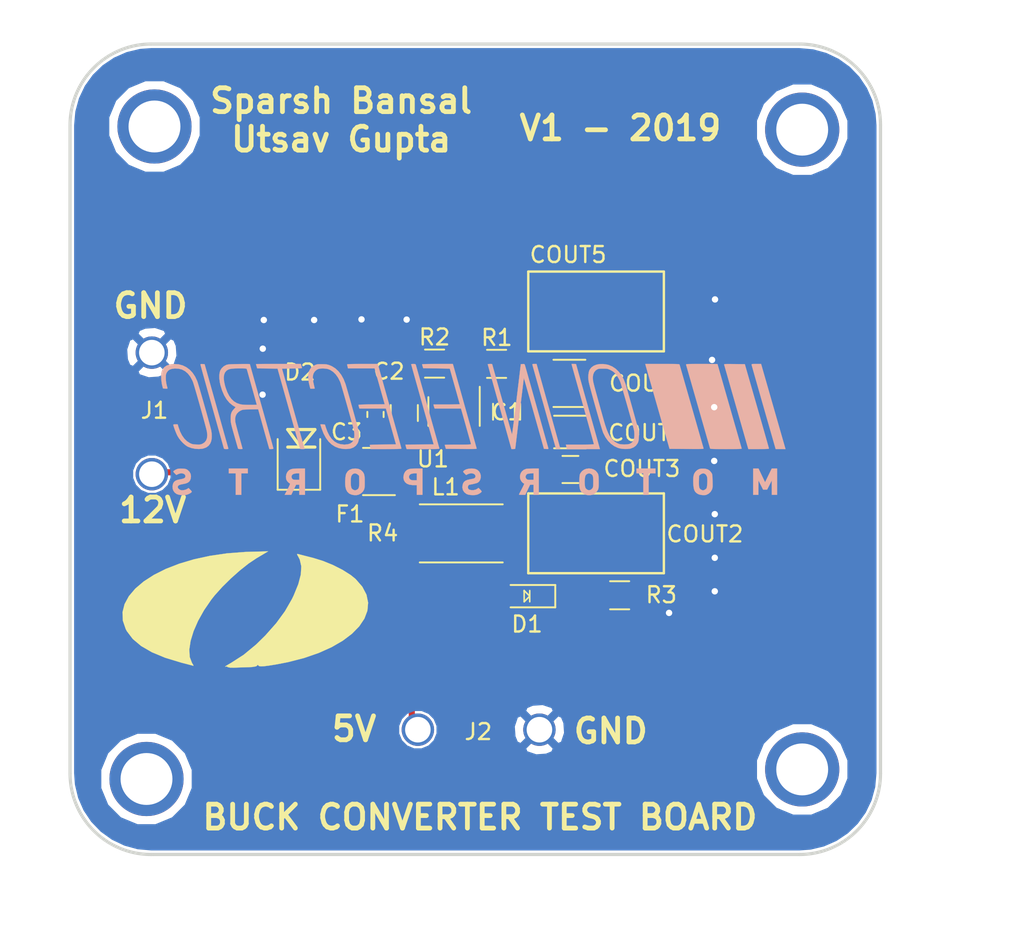
<source format=kicad_pcb>
(kicad_pcb (version 20171130) (host pcbnew 5.0.2-bee76a0~70~ubuntu18.04.1)

  (general
    (thickness 1.6)
    (drawings 15)
    (tracks 100)
    (zones 0)
    (modules 25)
    (nets 10)
  )

  (page A4)
  (layers
    (0 F.Cu signal hide)
    (31 B.Cu signal)
    (32 B.Adhes user)
    (33 F.Adhes user)
    (34 B.Paste user)
    (35 F.Paste user)
    (36 B.SilkS user)
    (37 F.SilkS user)
    (38 B.Mask user)
    (39 F.Mask user)
    (40 Dwgs.User user)
    (41 Cmts.User user)
    (42 Eco1.User user)
    (43 Eco2.User user)
    (44 Edge.Cuts user)
    (45 Margin user)
    (46 B.CrtYd user)
    (47 F.CrtYd user)
    (48 B.Fab user)
    (49 F.Fab user)
  )

  (setup
    (last_trace_width 0.1524)
    (user_trace_width 0.254)
    (user_trace_width 0.381)
    (trace_clearance 0.1524)
    (zone_clearance 0.1524)
    (zone_45_only no)
    (trace_min 0.1524)
    (segment_width 0.2)
    (edge_width 0.15)
    (via_size 0.6096)
    (via_drill 0.3048)
    (via_min_size 0.1524)
    (via_min_drill 0.3048)
    (uvia_size 0.3)
    (uvia_drill 0.1)
    (uvias_allowed no)
    (uvia_min_size 0.2)
    (uvia_min_drill 0.1)
    (pcb_text_width 0.3)
    (pcb_text_size 1.5 1.5)
    (mod_edge_width 0.15)
    (mod_text_size 1 1)
    (mod_text_width 0.15)
    (pad_size 1.524 1.524)
    (pad_drill 0.762)
    (pad_to_mask_clearance 0.051)
    (solder_mask_min_width 0.25)
    (aux_axis_origin 0 0)
    (visible_elements FFFFFF7F)
    (pcbplotparams
      (layerselection 0x010fc_ffffffff)
      (usegerberextensions false)
      (usegerberattributes false)
      (usegerberadvancedattributes false)
      (creategerberjobfile false)
      (excludeedgelayer true)
      (linewidth 0.100000)
      (plotframeref false)
      (viasonmask false)
      (mode 1)
      (useauxorigin false)
      (hpglpennumber 1)
      (hpglpenspeed 20)
      (hpglpendiameter 15.000000)
      (psnegative false)
      (psa4output false)
      (plotreference true)
      (plotvalue true)
      (plotinvisibletext false)
      (padsonsilk false)
      (subtractmaskfromsilk false)
      (outputformat 1)
      (mirror false)
      (drillshape 0)
      (scaleselection 1)
      (outputdirectory "2_11_2019/"))
  )

  (net 0 "")
  (net 1 "Net-(C1-Pad2)")
  (net 2 "Net-(C1-Pad1)")
  (net 3 "Net-(C2-Pad1)")
  (net 4 GND)
  (net 5 /5V)
  (net 6 /12V)
  (net 7 "Net-(R1-Pad2)")
  (net 8 "Net-(COUT1-Pad1)")
  (net 9 "Net-(D1-Pad1)")

  (net_class Default "This is the default net class."
    (clearance 0.1524)
    (trace_width 0.1524)
    (via_dia 0.6096)
    (via_drill 0.3048)
    (uvia_dia 0.3)
    (uvia_drill 0.1)
    (add_net /12V)
    (add_net /5V)
    (add_net GND)
    (add_net "Net-(C1-Pad1)")
    (add_net "Net-(C1-Pad2)")
    (add_net "Net-(C2-Pad1)")
    (add_net "Net-(COUT1-Pad1)")
    (add_net "Net-(D1-Pad1)")
    (add_net "Net-(R1-Pad2)")
  )

  (module footprints:2-pin-throughhole-conn (layer F.Cu) (tedit 5C6249A7) (tstamp 5C6E7760)
    (at 107.7341 98.27514 270)
    (descr "Fuse, TE5, Littlefuse/Wickmann, No. 460, No560,")
    (tags "Fuse TE5 Littlefuse/Wickmann No. 460 No560 ")
    (path /5C631732)
    (fp_text reference J1 (at 3.62486 -0.1659) (layer F.SilkS)
      (effects (font (size 1 1) (thickness 0.15)))
    )
    (fp_text value Conn_01x02_Female (at 2.35 3.1 270) (layer F.Fab) hide
      (effects (font (size 1 1) (thickness 0.15)))
    )
    (pad 2 thru_hole circle (at 7.62 0 270) (size 2.032 2.032) (drill 1.602) (layers *.Cu *.Mask)
      (net 6 /12V))
    (pad 1 thru_hole circle (at 0 0 270) (size 2.032 2.032) (drill 1.602) (layers *.Cu *.Mask)
      (net 4 GND))
  )

  (module footprints:2-pin-throughhole-conn (layer F.Cu) (tedit 5C6249A7) (tstamp 5C6E7A86)
    (at 132.0292 121.90984 180)
    (descr "Fuse, TE5, Littlefuse/Wickmann, No. 460, No560,")
    (tags "Fuse TE5 Littlefuse/Wickmann No. 460 No560 ")
    (path /5C634A77)
    (fp_text reference J2 (at 3.83 -0.13 180) (layer F.SilkS)
      (effects (font (size 1 1) (thickness 0.15)))
    )
    (fp_text value Conn_01x02_Female (at 2.35 3.1 180) (layer F.Fab) hide
      (effects (font (size 1 1) (thickness 0.15)))
    )
    (pad 2 thru_hole circle (at 7.62 0 180) (size 2.032 2.032) (drill 1.602) (layers *.Cu *.Mask)
      (net 5 /5V))
    (pad 1 thru_hole circle (at 0 0 180) (size 2.032 2.032) (drill 1.602) (layers *.Cu *.Mask)
      (net 4 GND))
  )

  (module footprints:Fuse_1210 (layer F.Cu) (tedit 59F24A11) (tstamp 5C6E3BAB)
    (at 133.9088 100.203)
    (descr "Resistor SMD 1210, reflow soldering, Vishay (see dcrcw.pdf)")
    (tags "resistor 1210")
    (path /5C07818B)
    (attr smd)
    (fp_text reference COUT4 (at 4.8912 -0.003) (layer F.SilkS)
      (effects (font (size 1 1) (thickness 0.15)))
    )
    (fp_text value C_68uF (at 0 2.4) (layer F.Fab) hide
      (effects (font (size 1 1) (thickness 0.15)))
    )
    (fp_line (start -1.6 1.25) (end -1.6 -1.25) (layer F.Fab) (width 0.1))
    (fp_line (start 1.6 1.25) (end -1.6 1.25) (layer F.Fab) (width 0.1))
    (fp_line (start 1.6 -1.25) (end 1.6 1.25) (layer F.Fab) (width 0.1))
    (fp_line (start -1.6 -1.25) (end 1.6 -1.25) (layer F.Fab) (width 0.1))
    (fp_line (start 1 1.48) (end -1 1.48) (layer F.SilkS) (width 0.12))
    (fp_line (start -1 -1.48) (end 1 -1.48) (layer F.SilkS) (width 0.12))
    (fp_line (start -2.15 -1.5) (end 2.15 -1.5) (layer F.CrtYd) (width 0.05))
    (fp_line (start -2.15 -1.5) (end -2.15 1.5) (layer F.CrtYd) (width 0.05))
    (fp_line (start 2.15 1.5) (end 2.15 -1.5) (layer F.CrtYd) (width 0.05))
    (fp_line (start 2.15 1.5) (end -2.15 1.5) (layer F.CrtYd) (width 0.05))
    (pad 1 smd rect (at -1.45 0) (size 0.9 2.5) (layers F.Cu F.Paste F.Mask)
      (net 8 "Net-(COUT1-Pad1)"))
    (pad 2 smd rect (at 1.45 0) (size 0.9 2.5) (layers F.Cu F.Paste F.Mask)
      (net 4 GND))
    (model /home/josh/Formula/OEM_Preferred_Parts/3DModels/Fuse_1210_OEM/Fuse1210.wrl
      (at (xyz 0 0 0))
      (scale (xyz 1 1 1))
      (rotate (xyz 0 0 0))
    )
  )

  (module footprints:C_0805_OEM (layer F.Cu) (tedit 59F250E7) (tstamp 5C17D639)
    (at 129.9718 101.981 90)
    (descr "Capacitor SMD 0805, reflow soldering, AVX (see smccp.pdf)")
    (tags "capacitor 0805")
    (path /5BEE239B)
    (attr smd)
    (fp_text reference C1 (at -0.019 0.0282) (layer F.SilkS)
      (effects (font (size 1 1) (thickness 0.15)))
    )
    (fp_text value C_0.1uF (at 0 1.75 90) (layer F.Fab) hide
      (effects (font (size 1 1) (thickness 0.15)))
    )
    (fp_line (start 1.75 0.87) (end -1.75 0.87) (layer F.CrtYd) (width 0.05))
    (fp_line (start 1.75 0.87) (end 1.75 -0.88) (layer F.CrtYd) (width 0.05))
    (fp_line (start -1.75 -0.88) (end -1.75 0.87) (layer F.CrtYd) (width 0.05))
    (fp_line (start -1.75 -0.88) (end 1.75 -0.88) (layer F.CrtYd) (width 0.05))
    (fp_line (start -0.5 0.85) (end 0.5 0.85) (layer F.SilkS) (width 0.12))
    (fp_line (start 0.5 -0.85) (end -0.5 -0.85) (layer F.SilkS) (width 0.12))
    (fp_line (start -1 -0.62) (end 1 -0.62) (layer F.Fab) (width 0.1))
    (fp_line (start 1 -0.62) (end 1 0.62) (layer F.Fab) (width 0.1))
    (fp_line (start 1 0.62) (end -1 0.62) (layer F.Fab) (width 0.1))
    (fp_line (start -1 0.62) (end -1 -0.62) (layer F.Fab) (width 0.1))
    (pad 2 smd rect (at 1 0 90) (size 1 1.25) (layers F.Cu F.Paste F.Mask)
      (net 1 "Net-(C1-Pad2)"))
    (pad 1 smd rect (at -1 0 90) (size 1 1.25) (layers F.Cu F.Paste F.Mask)
      (net 2 "Net-(C1-Pad1)"))
    (model /home/josh/Formula/OEM_Preferred_Parts/3DModels/C_0805_OEM/C_0805.wrl
      (at (xyz 0 0 0))
      (scale (xyz 1 1 1))
      (rotate (xyz 0 0 0))
    )
  )

  (module footprints:C_0805_OEM (layer F.Cu) (tedit 59F250E7) (tstamp 5C17D649)
    (at 123.5583 102.0605 90)
    (descr "Capacitor SMD 0805, reflow soldering, AVX (see smccp.pdf)")
    (tags "capacitor 0805")
    (path /5BEE2923)
    (attr smd)
    (fp_text reference C2 (at 2.6105 -0.9583 180) (layer F.SilkS)
      (effects (font (size 1 1) (thickness 0.15)))
    )
    (fp_text value C_0.1uF (at 0 1.75 90) (layer F.Fab) hide
      (effects (font (size 1 1) (thickness 0.15)))
    )
    (fp_line (start -1 0.62) (end -1 -0.62) (layer F.Fab) (width 0.1))
    (fp_line (start 1 0.62) (end -1 0.62) (layer F.Fab) (width 0.1))
    (fp_line (start 1 -0.62) (end 1 0.62) (layer F.Fab) (width 0.1))
    (fp_line (start -1 -0.62) (end 1 -0.62) (layer F.Fab) (width 0.1))
    (fp_line (start 0.5 -0.85) (end -0.5 -0.85) (layer F.SilkS) (width 0.12))
    (fp_line (start -0.5 0.85) (end 0.5 0.85) (layer F.SilkS) (width 0.12))
    (fp_line (start -1.75 -0.88) (end 1.75 -0.88) (layer F.CrtYd) (width 0.05))
    (fp_line (start -1.75 -0.88) (end -1.75 0.87) (layer F.CrtYd) (width 0.05))
    (fp_line (start 1.75 0.87) (end 1.75 -0.88) (layer F.CrtYd) (width 0.05))
    (fp_line (start 1.75 0.87) (end -1.75 0.87) (layer F.CrtYd) (width 0.05))
    (pad 1 smd rect (at -1 0 90) (size 1 1.25) (layers F.Cu F.Paste F.Mask)
      (net 3 "Net-(C2-Pad1)"))
    (pad 2 smd rect (at 1 0 90) (size 1 1.25) (layers F.Cu F.Paste F.Mask)
      (net 4 GND))
    (model /home/josh/Formula/OEM_Preferred_Parts/3DModels/C_0805_OEM/C_0805.wrl
      (at (xyz 0 0 0))
      (scale (xyz 1 1 1))
      (rotate (xyz 0 0 0))
    )
  )

  (module footprints:C_0603_1608Metric (layer F.Cu) (tedit 5C4FC09C) (tstamp 5C4FC33D)
    (at 121.75236 102.15118 90)
    (descr "Capacitor SMD 0603 (1608 Metric), square (rectangular) end terminal, IPC_7351 nominal, (Body size source: http://www.tortai-tech.com/upload/download/2011102023233369053.pdf), generated with kicad-footprint-generator")
    (tags capacitor)
    (path /5BEE2647)
    (attr smd)
    (fp_text reference C3 (at -1.09982 -1.81356 180) (layer F.SilkS)
      (effects (font (size 1 1) (thickness 0.15)))
    )
    (fp_text value C_2.2uF (at 0.0125 2.21 90) (layer F.Fab) hide
      (effects (font (size 1 1) (thickness 0.15)))
    )
    (fp_line (start -0.8 0.4) (end -0.8 -0.4) (layer F.Fab) (width 0.1))
    (fp_line (start -0.8 -0.4) (end 0.8 -0.4) (layer F.Fab) (width 0.1))
    (fp_line (start 0.8 -0.4) (end 0.8 0.4) (layer F.Fab) (width 0.1))
    (fp_line (start 0.8 0.4) (end -0.8 0.4) (layer F.Fab) (width 0.1))
    (fp_line (start -0.162779 -0.51) (end 0.162779 -0.51) (layer F.SilkS) (width 0.12))
    (fp_line (start -0.162779 0.51) (end 0.162779 0.51) (layer F.SilkS) (width 0.12))
    (fp_line (start -1.48 0.73) (end -1.48 -0.73) (layer F.CrtYd) (width 0.05))
    (fp_line (start -1.48 -0.73) (end 1.48 -0.73) (layer F.CrtYd) (width 0.05))
    (fp_line (start 1.48 -0.73) (end 1.48 0.73) (layer F.CrtYd) (width 0.05))
    (fp_line (start 1.48 0.73) (end -1.48 0.73) (layer F.CrtYd) (width 0.05))
    (fp_text user %R (at 3.175 -1.524 90) (layer F.Fab) hide
      (effects (font (size 0.4 0.4) (thickness 0.06)))
    )
    (pad 1 smd roundrect (at -0.7875 0 90) (size 0.875 0.95) (layers F.Cu F.Paste F.Mask) (roundrect_rratio 0.25)
      (net 3 "Net-(C2-Pad1)"))
    (pad 2 smd roundrect (at 0.7875 0 90) (size 0.875 0.95) (layers F.Cu F.Paste F.Mask) (roundrect_rratio 0.25)
      (net 4 GND))
    (model ${KISYS3DMOD}/Capacitor_SMD.3dshapes/C_0603_1608Metric.wrl
      (at (xyz 0 0 0))
      (scale (xyz 1 1 1))
      (rotate (xyz 0 0 0))
    )
  )

  (module footprints:Fuse_1210 (layer F.Cu) (tedit 5C4FB3B7) (tstamp 5C17D6C7)
    (at 121.9708 105.7275 180)
    (descr "Resistor SMD 1210, reflow soldering, Vishay (see dcrcw.pdf)")
    (tags "resistor 1210")
    (path /5C0BFA29)
    (attr smd)
    (fp_text reference F1 (at 1.8208 -2.6725 180) (layer F.SilkS)
      (effects (font (size 1 1) (thickness 0.15)))
    )
    (fp_text value F_500mA_16V (at 0 2.4 180) (layer F.Fab) hide
      (effects (font (size 1 1) (thickness 0.15)))
    )
    (fp_line (start 2.15 1.5) (end -2.15 1.5) (layer F.CrtYd) (width 0.05))
    (fp_line (start 2.15 1.5) (end 2.15 -1.5) (layer F.CrtYd) (width 0.05))
    (fp_line (start -2.15 -1.5) (end -2.15 1.5) (layer F.CrtYd) (width 0.05))
    (fp_line (start -2.15 -1.5) (end 2.15 -1.5) (layer F.CrtYd) (width 0.05))
    (fp_line (start -1 -1.48) (end 1 -1.48) (layer F.SilkS) (width 0.12))
    (fp_line (start 1 1.48) (end -1 1.48) (layer F.SilkS) (width 0.12))
    (fp_line (start -1.6 -1.25) (end 1.6 -1.25) (layer F.Fab) (width 0.1))
    (fp_line (start 1.6 -1.25) (end 1.6 1.25) (layer F.Fab) (width 0.1))
    (fp_line (start 1.6 1.25) (end -1.6 1.25) (layer F.Fab) (width 0.1))
    (fp_line (start -1.6 1.25) (end -1.6 -1.25) (layer F.Fab) (width 0.1))
    (pad 2 smd rect (at 1.45 0 180) (size 0.9 2.5) (layers F.Cu F.Paste F.Mask)
      (net 6 /12V))
    (pad 1 smd rect (at -1.45 0 180) (size 0.9 2.5) (layers F.Cu F.Paste F.Mask)
      (net 3 "Net-(C2-Pad1)"))
    (model /home/josh/Formula/OEM_Preferred_Parts/3DModels/Fuse_1210_OEM/Fuse1210.wrl
      (at (xyz 0 0 0))
      (scale (xyz 1 1 1))
      (rotate (xyz 0 0 0))
    )
  )

  (module footprints:L_100uH (layer F.Cu) (tedit 5C4A6E6A) (tstamp 5C17D6CD)
    (at 129.4767 105.66654)
    (path /5BEE27A2)
    (attr smd)
    (fp_text reference L1 (at -3.3267 1.03346 180) (layer F.SilkS)
      (effects (font (size 1 1) (thickness 0.15)))
    )
    (fp_text value L_100uH (at -0.2 -4) (layer F.Fab) hide
      (effects (font (size 1 1) (thickness 0.15)))
    )
    (pad 1 smd rect (at -1.6 0) (size 1.2 2) (layers F.Cu F.Paste F.Mask)
      (net 2 "Net-(C1-Pad1)"))
    (pad 2 smd rect (at 1.6 0) (size 1.2 2) (layers F.Cu F.Paste F.Mask)
      (net 8 "Net-(COUT1-Pad1)"))
  )

  (module footprints:R_0805_OEM (layer F.Cu) (tedit 59F25131) (tstamp 5C17D6DD)
    (at 129.34442 98.97872 180)
    (descr "Resistor SMD 0805, reflow soldering, Vishay (see dcrcw.pdf)")
    (tags "resistor 0805")
    (path /5BEE2A52)
    (attr smd)
    (fp_text reference R1 (at -0.01016 1.64338 180) (layer F.SilkS)
      (effects (font (size 1 1) (thickness 0.15)))
    )
    (fp_text value R_100K (at 0 1.75 180) (layer F.Fab) hide
      (effects (font (size 1 1) (thickness 0.15)))
    )
    (fp_line (start -1 0.62) (end -1 -0.62) (layer F.Fab) (width 0.1))
    (fp_line (start 1 0.62) (end -1 0.62) (layer F.Fab) (width 0.1))
    (fp_line (start 1 -0.62) (end 1 0.62) (layer F.Fab) (width 0.1))
    (fp_line (start -1 -0.62) (end 1 -0.62) (layer F.Fab) (width 0.1))
    (fp_line (start 0.6 0.88) (end -0.6 0.88) (layer F.SilkS) (width 0.12))
    (fp_line (start -0.6 -0.88) (end 0.6 -0.88) (layer F.SilkS) (width 0.12))
    (fp_line (start -1.55 -0.9) (end 1.55 -0.9) (layer F.CrtYd) (width 0.05))
    (fp_line (start -1.55 -0.9) (end -1.55 0.9) (layer F.CrtYd) (width 0.05))
    (fp_line (start 1.55 0.9) (end 1.55 -0.9) (layer F.CrtYd) (width 0.05))
    (fp_line (start 1.55 0.9) (end -1.55 0.9) (layer F.CrtYd) (width 0.05))
    (pad 1 smd rect (at -0.95 0 180) (size 0.7 1.3) (layers F.Cu F.Paste F.Mask)
      (net 8 "Net-(COUT1-Pad1)"))
    (pad 2 smd rect (at 0.95 0 180) (size 0.7 1.3) (layers F.Cu F.Paste F.Mask)
      (net 7 "Net-(R1-Pad2)"))
    (model "/home/josh/Formula/OEM_Preferred_Parts/3DModels/WRL Files/res0805.wrl"
      (at (xyz 0 0 0))
      (scale (xyz 1 1 1))
      (rotate (xyz 0 0 0))
    )
  )

  (module footprints:R_0805_OEM (layer F.Cu) (tedit 59F25131) (tstamp 5C4FC91B)
    (at 125.45822 98.96348 180)
    (descr "Resistor SMD 0805, reflow soldering, Vishay (see dcrcw.pdf)")
    (tags "resistor 0805")
    (path /5C0B315C)
    (attr smd)
    (fp_text reference R2 (at 0.00508 1.65862 180) (layer F.SilkS)
      (effects (font (size 1 1) (thickness 0.15)))
    )
    (fp_text value R_25K (at 0 1.75 180) (layer F.Fab) hide
      (effects (font (size 1 1) (thickness 0.15)))
    )
    (fp_line (start 1.55 0.9) (end -1.55 0.9) (layer F.CrtYd) (width 0.05))
    (fp_line (start 1.55 0.9) (end 1.55 -0.9) (layer F.CrtYd) (width 0.05))
    (fp_line (start -1.55 -0.9) (end -1.55 0.9) (layer F.CrtYd) (width 0.05))
    (fp_line (start -1.55 -0.9) (end 1.55 -0.9) (layer F.CrtYd) (width 0.05))
    (fp_line (start -0.6 -0.88) (end 0.6 -0.88) (layer F.SilkS) (width 0.12))
    (fp_line (start 0.6 0.88) (end -0.6 0.88) (layer F.SilkS) (width 0.12))
    (fp_line (start -1 -0.62) (end 1 -0.62) (layer F.Fab) (width 0.1))
    (fp_line (start 1 -0.62) (end 1 0.62) (layer F.Fab) (width 0.1))
    (fp_line (start 1 0.62) (end -1 0.62) (layer F.Fab) (width 0.1))
    (fp_line (start -1 0.62) (end -1 -0.62) (layer F.Fab) (width 0.1))
    (pad 2 smd rect (at 0.95 0 180) (size 0.7 1.3) (layers F.Cu F.Paste F.Mask)
      (net 4 GND))
    (pad 1 smd rect (at -0.95 0 180) (size 0.7 1.3) (layers F.Cu F.Paste F.Mask)
      (net 7 "Net-(R1-Pad2)"))
    (model "/home/josh/Formula/OEM_Preferred_Parts/3DModels/WRL Files/res0805.wrl"
      (at (xyz 0 0 0))
      (scale (xyz 1 1 1))
      (rotate (xyz 0 0 0))
    )
  )

  (module footprints:R_0805_OEM (layer F.Cu) (tedit 59F25131) (tstamp 5C4FC8EE)
    (at 137.05836 113.48466)
    (descr "Resistor SMD 0805, reflow soldering, Vishay (see dcrcw.pdf)")
    (tags "resistor 0805")
    (path /5C0C44F9)
    (attr smd)
    (fp_text reference R3 (at 2.61116 -0.02286) (layer F.SilkS)
      (effects (font (size 1 1) (thickness 0.15)))
    )
    (fp_text value R_200 (at 0 1.75) (layer F.Fab) hide
      (effects (font (size 1 1) (thickness 0.15)))
    )
    (fp_line (start -1 0.62) (end -1 -0.62) (layer F.Fab) (width 0.1))
    (fp_line (start 1 0.62) (end -1 0.62) (layer F.Fab) (width 0.1))
    (fp_line (start 1 -0.62) (end 1 0.62) (layer F.Fab) (width 0.1))
    (fp_line (start -1 -0.62) (end 1 -0.62) (layer F.Fab) (width 0.1))
    (fp_line (start 0.6 0.88) (end -0.6 0.88) (layer F.SilkS) (width 0.12))
    (fp_line (start -0.6 -0.88) (end 0.6 -0.88) (layer F.SilkS) (width 0.12))
    (fp_line (start -1.55 -0.9) (end 1.55 -0.9) (layer F.CrtYd) (width 0.05))
    (fp_line (start -1.55 -0.9) (end -1.55 0.9) (layer F.CrtYd) (width 0.05))
    (fp_line (start 1.55 0.9) (end 1.55 -0.9) (layer F.CrtYd) (width 0.05))
    (fp_line (start 1.55 0.9) (end -1.55 0.9) (layer F.CrtYd) (width 0.05))
    (pad 1 smd rect (at -0.95 0) (size 0.7 1.3) (layers F.Cu F.Paste F.Mask)
      (net 9 "Net-(D1-Pad1)"))
    (pad 2 smd rect (at 0.95 0) (size 0.7 1.3) (layers F.Cu F.Paste F.Mask)
      (net 4 GND))
    (model "/home/josh/Formula/OEM_Preferred_Parts/3DModels/WRL Files/res0805.wrl"
      (at (xyz 0 0 0))
      (scale (xyz 1 1 1))
      (rotate (xyz 0 0 0))
    )
  )

  (module footprints:R_2512_OEM (layer F.Cu) (tedit 59F2514A) (tstamp 5C17D70D)
    (at 127.1282 109.60608 180)
    (descr "Resistor SMD 2512, reflow soldering, Vishay (see dcrcw.pdf)")
    (tags "resistor 2512")
    (path /5C0C29A9)
    (attr smd)
    (fp_text reference R4 (at 4.9282 0.01778 180) (layer F.SilkS)
      (effects (font (size 1 1) (thickness 0.15)))
    )
    (fp_text value R_0_2512 (at 0 2.75 180) (layer F.Fab) hide
      (effects (font (size 1 1) (thickness 0.15)))
    )
    (fp_line (start -3.15 1.6) (end -3.15 -1.6) (layer F.Fab) (width 0.1))
    (fp_line (start 3.15 1.6) (end -3.15 1.6) (layer F.Fab) (width 0.1))
    (fp_line (start 3.15 -1.6) (end 3.15 1.6) (layer F.Fab) (width 0.1))
    (fp_line (start -3.15 -1.6) (end 3.15 -1.6) (layer F.Fab) (width 0.1))
    (fp_line (start 2.6 1.82) (end -2.6 1.82) (layer F.SilkS) (width 0.12))
    (fp_line (start -2.6 -1.82) (end 2.6 -1.82) (layer F.SilkS) (width 0.12))
    (fp_line (start -3.85 -1.85) (end 3.85 -1.85) (layer F.CrtYd) (width 0.05))
    (fp_line (start -3.85 -1.85) (end -3.85 1.85) (layer F.CrtYd) (width 0.05))
    (fp_line (start 3.85 1.85) (end 3.85 -1.85) (layer F.CrtYd) (width 0.05))
    (fp_line (start 3.85 1.85) (end -3.85 1.85) (layer F.CrtYd) (width 0.05))
    (pad 1 smd rect (at -3.1 0 180) (size 1 3.2) (layers F.Cu F.Paste F.Mask)
      (net 8 "Net-(COUT1-Pad1)"))
    (pad 2 smd rect (at 3.1 0 180) (size 1 3.2) (layers F.Cu F.Paste F.Mask)
      (net 5 /5V))
    (model ${KISYS3DMOD}/Resistors_SMD.3dshapes/R_2512.wrl
      (at (xyz 0 0 0))
      (scale (xyz 1 1 1))
      (rotate (xyz 0 0 0))
    )
  )

  (module footprints:SOT-23-6_OEM (layer F.Cu) (tedit 59F2519B) (tstamp 5C17D722)
    (at 126.6776 101.9658 270)
    (descr "6-pin SOT-23 package")
    (tags SOT-23-6)
    (path /5BEDE6B7)
    (attr smd)
    (fp_text reference U1 (at 2.9842 1.3276 180) (layer F.SilkS)
      (effects (font (size 1 1) (thickness 0.15)))
    )
    (fp_text value TPS560430YF (at 0 2.9 270) (layer F.Fab) hide
      (effects (font (size 1 1) (thickness 0.15)))
    )
    (fp_line (start -0.9 1.61) (end 0.9 1.61) (layer F.SilkS) (width 0.12))
    (fp_line (start 0.9 -1.61) (end -1.55 -1.61) (layer F.SilkS) (width 0.12))
    (fp_line (start 1.9 -1.8) (end -1.9 -1.8) (layer F.CrtYd) (width 0.05))
    (fp_line (start 1.9 1.8) (end 1.9 -1.8) (layer F.CrtYd) (width 0.05))
    (fp_line (start -1.9 1.8) (end 1.9 1.8) (layer F.CrtYd) (width 0.05))
    (fp_line (start -1.9 -1.8) (end -1.9 1.8) (layer F.CrtYd) (width 0.05))
    (fp_line (start -0.9 -0.9) (end -0.25 -1.55) (layer F.Fab) (width 0.1))
    (fp_line (start 0.9 -1.55) (end -0.25 -1.55) (layer F.Fab) (width 0.1))
    (fp_line (start -0.9 -0.9) (end -0.9 1.55) (layer F.Fab) (width 0.1))
    (fp_line (start 0.9 1.55) (end -0.9 1.55) (layer F.Fab) (width 0.1))
    (fp_line (start 0.9 -1.55) (end 0.9 1.55) (layer F.Fab) (width 0.1))
    (pad 1 smd rect (at -1.1 -0.95 270) (size 1.06 0.65) (layers F.Cu F.Paste F.Mask)
      (net 1 "Net-(C1-Pad2)"))
    (pad 2 smd rect (at -1.1 0 270) (size 1.06 0.65) (layers F.Cu F.Paste F.Mask)
      (net 4 GND))
    (pad 3 smd rect (at -1.1 0.95 270) (size 1.06 0.65) (layers F.Cu F.Paste F.Mask)
      (net 7 "Net-(R1-Pad2)"))
    (pad 4 smd rect (at 1.1 0.95 270) (size 1.06 0.65) (layers F.Cu F.Paste F.Mask)
      (net 3 "Net-(C2-Pad1)"))
    (pad 6 smd rect (at 1.1 -0.95 270) (size 1.06 0.65) (layers F.Cu F.Paste F.Mask)
      (net 2 "Net-(C1-Pad1)"))
    (pad 5 smd rect (at 1.1 0 270) (size 1.06 0.65) (layers F.Cu F.Paste F.Mask)
      (net 3 "Net-(C2-Pad1)"))
    (model ${KISYS3DMOD}/TO_SOT_Packages_SMD.3dshapes/SOT-23-6.wrl
      (at (xyz 0 0 0))
      (scale (xyz 1 1 1))
      (rotate (xyz 0 0 0))
    )
  )

  (module footprints:C_1206_OEM (layer F.Cu) (tedit 59F253AA) (tstamp 5C6E9423)
    (at 133.9483 103.251)
    (descr "Capacitor SMD 1206, reflow soldering, AVX (see smccp.pdf)")
    (tags "capacitor 1206")
    (path /5C061BB4)
    (attr smd)
    (fp_text reference COUT1 (at 4.8017 0.049) (layer F.SilkS)
      (effects (font (size 1 1) (thickness 0.15)))
    )
    (fp_text value C_22uF (at 0 2) (layer F.Fab) hide
      (effects (font (size 1 1) (thickness 0.15)))
    )
    (fp_line (start -1.6 0.8) (end -1.6 -0.8) (layer F.Fab) (width 0.1))
    (fp_line (start 1.6 0.8) (end -1.6 0.8) (layer F.Fab) (width 0.1))
    (fp_line (start 1.6 -0.8) (end 1.6 0.8) (layer F.Fab) (width 0.1))
    (fp_line (start -1.6 -0.8) (end 1.6 -0.8) (layer F.Fab) (width 0.1))
    (fp_line (start 1 -1.02) (end -1 -1.02) (layer F.SilkS) (width 0.12))
    (fp_line (start -1 1.02) (end 1 1.02) (layer F.SilkS) (width 0.12))
    (fp_line (start -2.25 -1.05) (end 2.25 -1.05) (layer F.CrtYd) (width 0.05))
    (fp_line (start -2.25 -1.05) (end -2.25 1.05) (layer F.CrtYd) (width 0.05))
    (fp_line (start 2.25 1.05) (end 2.25 -1.05) (layer F.CrtYd) (width 0.05))
    (fp_line (start 2.25 1.05) (end -2.25 1.05) (layer F.CrtYd) (width 0.05))
    (pad 1 smd rect (at -1.5 0) (size 1 1.6) (layers F.Cu F.Paste F.Mask)
      (net 8 "Net-(COUT1-Pad1)"))
    (pad 2 smd rect (at 1.5 0) (size 1 1.6) (layers F.Cu F.Paste F.Mask)
      (net 4 GND))
    (model Capacitors_SMD.3dshapes/C_1206.wrl
      (at (xyz 0 0 0))
      (scale (xyz 1 1 1))
      (rotate (xyz 0 0 0))
    )
  )

  (module footprints:Fuse_1812 (layer F.Cu) (tedit 5A050C3C) (tstamp 5C6E3B8B)
    (at 132.8293 109.601)
    (path /5C08921B)
    (fp_text reference COUT2 (at 9.5707 0.049) (layer F.SilkS)
      (effects (font (size 1 1) (thickness 0.15)))
    )
    (fp_text value C_33uF (at 3 3.5) (layer F.Fab) hide
      (effects (font (size 1 1) (thickness 0.15)))
    )
    (fp_line (start -1.5 2.5) (end -1.5 -2.5) (layer F.SilkS) (width 0.15))
    (fp_line (start 7 2.5) (end -1.5 2.5) (layer F.SilkS) (width 0.15))
    (fp_line (start 7 -2.5) (end 7 2.5) (layer F.SilkS) (width 0.15))
    (fp_line (start -1.5 -2.5) (end 7 -2.5) (layer F.SilkS) (width 0.15))
    (pad 1 smd rect (at 0 0) (size 1.78 3.5) (layers F.Cu F.Paste F.Mask)
      (net 8 "Net-(COUT1-Pad1)"))
    (pad 2 smd rect (at 5.28 0) (size 1.78 3.5) (layers F.Cu F.Paste F.Mask)
      (net 4 GND))
  )

  (module footprints:C_0805_OEM (layer F.Cu) (tedit 5C3D8347) (tstamp 5C6E3B9B)
    (at 133.9723 105.6005)
    (descr "Capacitor SMD 0805, reflow soldering, AVX (see smccp.pdf)")
    (tags "capacitor 0805")
    (path /5C062E7A)
    (attr smd)
    (fp_text reference COUT3 (at 4.4777 -0.0505) (layer F.SilkS)
      (effects (font (size 1 1) (thickness 0.15)))
    )
    (fp_text value C_47uF (at 0 1.75) (layer F.Fab) hide
      (effects (font (size 1 1) (thickness 0.15)))
    )
    (fp_line (start -1 0.62) (end -1 -0.62) (layer F.Fab) (width 0.1))
    (fp_line (start 1 0.62) (end -1 0.62) (layer F.Fab) (width 0.1))
    (fp_line (start 1 -0.62) (end 1 0.62) (layer F.Fab) (width 0.1))
    (fp_line (start -1 -0.62) (end 1 -0.62) (layer F.Fab) (width 0.1))
    (fp_line (start 0.5 -0.85) (end -0.5 -0.85) (layer F.SilkS) (width 0.12))
    (fp_line (start -0.5 0.85) (end 0.5 0.85) (layer F.SilkS) (width 0.12))
    (fp_line (start -1.75 -0.88) (end 1.75 -0.88) (layer F.CrtYd) (width 0.05))
    (fp_line (start -1.75 -0.88) (end -1.75 0.87) (layer F.CrtYd) (width 0.05))
    (fp_line (start 1.75 0.87) (end 1.75 -0.88) (layer F.CrtYd) (width 0.05))
    (fp_line (start 1.75 0.87) (end -1.75 0.87) (layer F.CrtYd) (width 0.05))
    (pad 1 smd rect (at -1 0) (size 1 1.25) (layers F.Cu F.Paste F.Mask)
      (net 8 "Net-(COUT1-Pad1)"))
    (pad 2 smd rect (at 1 0) (size 1 1.25) (layers F.Cu F.Paste F.Mask)
      (net 4 GND))
    (model /home/josh/Formula/OEM_Preferred_Parts/3DModels/C_0805_OEM/C_0805.wrl
      (at (xyz 0 0 0))
      (scale (xyz 1 1 1))
      (rotate (xyz 0 0 0))
    )
    (model ${LOCAL_DIR}/OEM_Preferred_Parts/3DModels/C_0805_OEM/C_0805.step
      (at (xyz 0 0 0))
      (scale (xyz 1 1 1))
      (rotate (xyz 0 0 0))
    )
  )

  (module footprints:Fuse_1812 (layer F.Cu) (tedit 5A050C3C) (tstamp 5C6E3BB5)
    (at 132.8293 95.6945)
    (path /5C083239)
    (fp_text reference COUT5 (at 1 -3.556) (layer F.SilkS)
      (effects (font (size 1 1) (thickness 0.15)))
    )
    (fp_text value C_100uF (at 3 3.5) (layer F.Fab) hide
      (effects (font (size 1 1) (thickness 0.15)))
    )
    (fp_line (start -1.5 -2.5) (end 7 -2.5) (layer F.SilkS) (width 0.15))
    (fp_line (start 7 -2.5) (end 7 2.5) (layer F.SilkS) (width 0.15))
    (fp_line (start 7 2.5) (end -1.5 2.5) (layer F.SilkS) (width 0.15))
    (fp_line (start -1.5 2.5) (end -1.5 -2.5) (layer F.SilkS) (width 0.15))
    (pad 2 smd rect (at 5.28 0) (size 1.78 3.5) (layers F.Cu F.Paste F.Mask)
      (net 4 GND))
    (pad 1 smd rect (at 0 0) (size 1.78 3.5) (layers F.Cu F.Paste F.Mask)
      (net 8 "Net-(COUT1-Pad1)"))
  )

  (module footprints:DO-214AA (layer F.Cu) (tedit 5A59FDFB) (tstamp 5C6E3BE3)
    (at 116.9543 103.6955 90)
    (descr "http://www.diodes.com/datasheets/ap02001.pdf p.144")
    (tags "Diode SOD523")
    (path /5C623D49)
    (attr smd)
    (fp_text reference D2 (at 4.191 0.0635 180) (layer F.SilkS)
      (effects (font (size 1 1) (thickness 0.15)))
    )
    (fp_text value D_Zener_18V (at 0 2.286 90) (layer F.Fab) hide
      (effects (font (size 1 1) (thickness 0.15)))
    )
    (fp_line (start 0.6 1) (end -0.5 0.1) (layer F.SilkS) (width 0.2))
    (fp_line (start 0.6 -0.7) (end 0.6 1) (layer F.SilkS) (width 0.2))
    (fp_line (start -0.5 0.1) (end 0.6 -0.7) (layer F.SilkS) (width 0.2))
    (fp_line (start -0.5 -0.7) (end -0.5 1) (layer F.SilkS) (width 0.2))
    (fp_line (start -3.175 -1.3335) (end -3.175 1.3335) (layer F.SilkS) (width 0.12))
    (fp_line (start 3.302 -1.4605) (end 3.302 1.4605) (layer F.CrtYd) (width 0.05))
    (fp_line (start -3.302 -1.4605) (end 3.302 -1.4605) (layer F.CrtYd) (width 0.05))
    (fp_line (start -3.302 -1.4605) (end -3.302 1.4605) (layer F.CrtYd) (width 0.05))
    (fp_line (start -3.302 1.4605) (end 3.302 1.4605) (layer F.CrtYd) (width 0.05))
    (fp_line (start 2.3749 -1.9685) (end 2.3749 1.9685) (layer F.Fab) (width 0.1))
    (fp_line (start -2.3749 -1.9685) (end 2.3749 -1.9685) (layer F.Fab) (width 0.1))
    (fp_line (start -2.3749 -1.9685) (end -2.3749 1.9685) (layer F.Fab) (width 0.1))
    (fp_line (start 2.3749 1.9685) (end -2.3749 1.9685) (layer F.Fab) (width 0.1))
    (fp_line (start -3.175 1.3335) (end 0 1.3335) (layer F.SilkS) (width 0.12))
    (fp_line (start -3.175 -1.3335) (end 0 -1.3335) (layer F.SilkS) (width 0.12))
    (pad 2 smd rect (at 2.032 0 270) (size 1.778 2.159) (layers F.Cu F.Paste F.Mask)
      (net 4 GND))
    (pad 1 smd rect (at -2.032 0 270) (size 1.778 2.159) (layers F.Cu F.Paste F.Mask)
      (net 6 /12V))
    (model /home/josh/Formula/OEM_Preferred_Parts/3DModels/DO_214AA_OEM/DO_214AA.wrl
      (at (xyz 0 0 0))
      (scale (xyz 1 1 1))
      (rotate (xyz 0 0 0))
    )
  )

  (module footprints:LED_0805_OEM (layer F.Cu) (tedit 5C3D84D8) (tstamp 5C6E6262)
    (at 131.22166 113.54054 180)
    (descr "LED 0805 smd package")
    (tags "LED led 0805 SMD smd SMT smt smdled SMDLED smtled SMTLED")
    (path /5C0C344A)
    (attr smd)
    (fp_text reference D1 (at -0.02834 -1.75946 180) (layer F.SilkS)
      (effects (font (size 1 1) (thickness 0.15)))
    )
    (fp_text value LED_0805 (at 0.508 2.032 180) (layer F.Fab) hide
      (effects (font (size 1 1) (thickness 0.15)))
    )
    (fp_line (start -0.2 0.35) (end -0.2 0) (layer F.SilkS) (width 0.1))
    (fp_line (start -0.2 0) (end -0.2 -0.35) (layer F.SilkS) (width 0.1))
    (fp_line (start 0.15 0.35) (end -0.2 0) (layer F.SilkS) (width 0.1))
    (fp_line (start 0.15 0.3) (end 0.15 0.35) (layer F.SilkS) (width 0.1))
    (fp_line (start 0.15 0.35) (end 0.15 0.3) (layer F.SilkS) (width 0.1))
    (fp_line (start 0.15 -0.35) (end 0.15 0.3) (layer F.SilkS) (width 0.1))
    (fp_line (start 0.1 -0.3) (end 0.15 -0.35) (layer F.SilkS) (width 0.1))
    (fp_line (start -0.2 0) (end 0.1 -0.3) (layer F.SilkS) (width 0.1))
    (fp_line (start -1.8 -0.7) (end -1.8 0.7) (layer F.SilkS) (width 0.12))
    (fp_line (start 1 0.6) (end -1 0.6) (layer F.Fab) (width 0.1))
    (fp_line (start 1 -0.6) (end 1 0.6) (layer F.Fab) (width 0.1))
    (fp_line (start -1 -0.6) (end 1 -0.6) (layer F.Fab) (width 0.1))
    (fp_line (start -1 0.6) (end -1 -0.6) (layer F.Fab) (width 0.1))
    (fp_line (start -1.8 0.7) (end 1 0.7) (layer F.SilkS) (width 0.12))
    (fp_line (start -1.8 -0.7) (end 1 -0.7) (layer F.SilkS) (width 0.12))
    (fp_line (start 1.95 -0.85) (end 1.95 0.85) (layer F.CrtYd) (width 0.05))
    (fp_line (start 1.95 0.85) (end -1.95 0.85) (layer F.CrtYd) (width 0.05))
    (fp_line (start -1.95 0.85) (end -1.95 -0.85) (layer F.CrtYd) (width 0.05))
    (fp_line (start -1.95 -0.85) (end 1.95 -0.85) (layer F.CrtYd) (width 0.05))
    (pad 2 smd rect (at 1.1 0) (size 1.2 1.2) (layers F.Cu F.Paste F.Mask)
      (net 8 "Net-(COUT1-Pad1)"))
    (pad 1 smd rect (at -1.1 0) (size 1.2 1.2) (layers F.Cu F.Paste F.Mask)
      (net 9 "Net-(D1-Pad1)"))
    (model "/home/josh/Formula/OEM_Preferred_Parts/3DModels/LED_0805/LED 0805 Base GREEN001_sp.wrl"
      (at (xyz 0 0 0))
      (scale (xyz 1 1 1))
      (rotate (xyz 0 0 180))
    )
    (model "${LOCAL_DIR}/OEM_Preferred_Parts/3DModels/LED_0805/LED 0805 Base GREEN001_sp.step"
      (at (xyz 0 0 0))
      (scale (xyz 1 1 1))
      (rotate (xyz 0 0 0))
    )
  )

  (module footprints:Bolt_connect_4-40_round (layer F.Cu) (tedit 5C624AD2) (tstamp 5C6E89F7)
    (at 107.9 84.1)
    (fp_text reference REF** (at 0 -2.794) (layer F.SilkS) hide
      (effects (font (size 1 1) (thickness 0.15)))
    )
    (fp_text value Bolt_connect_4-40_round (at 0 2.794) (layer F.Fab) hide
      (effects (font (size 1 1) (thickness 0.15)))
    )
    (pad 1 thru_hole circle (at 0 0) (size 4.6482 4.6482) (drill 3.2512) (layers *.Cu *.Mask)
      (clearance 0.508))
  )

  (module footprints:Bolt_connect_4-40_round (layer F.Cu) (tedit 5C624AC7) (tstamp 5C6E8A21)
    (at 148.5 84.3)
    (fp_text reference REF** (at 0 -2.794) (layer F.SilkS) hide
      (effects (font (size 1 1) (thickness 0.15)))
    )
    (fp_text value Bolt_connect_4-40_round (at 0 2.794) (layer F.Fab) hide
      (effects (font (size 1 1) (thickness 0.15)))
    )
    (pad 1 thru_hole circle (at 0 0) (size 4.6482 4.6482) (drill 3.2512) (layers *.Cu *.Mask)
      (clearance 0.508))
  )

  (module footprints:Bolt_connect_4-40_round (layer F.Cu) (tedit 5C624ABC) (tstamp 5C6E8A2F)
    (at 148.5 124.4)
    (fp_text reference REF** (at 0 -2.794) (layer F.SilkS) hide
      (effects (font (size 1 1) (thickness 0.15)))
    )
    (fp_text value Bolt_connect_4-40_round (at 0 2.794) (layer F.Fab) hide
      (effects (font (size 1 1) (thickness 0.15)))
    )
    (pad 1 thru_hole circle (at 0 0) (size 4.6482 4.6482) (drill 3.2512) (layers *.Cu *.Mask)
      (clearance 0.508))
  )

  (module footprints:Bolt_connect_4-40_round (layer F.Cu) (tedit 5C624AEE) (tstamp 5C6E8A3D)
    (at 107.4 125)
    (fp_text reference REF** (at 0 -2.794) (layer F.SilkS) hide
      (effects (font (size 1 1) (thickness 0.15)))
    )
    (fp_text value Bolt_connect_4-40_round (at 0 2.794) (layer F.Fab) hide
      (effects (font (size 1 1) (thickness 0.15)))
    )
    (pad 1 thru_hole circle (at 0 0) (size 4.6482 4.6482) (drill 3.2512) (layers *.Cu *.Mask)
      (clearance 0.508))
  )

  (module footprints:OLIN_O (layer F.Cu) (tedit 0) (tstamp 5C6E8B67)
    (at 113.5 114.1)
    (tags "Olin O logo")
    (fp_text reference G*** (at 5.08 -5.08) (layer F.SilkS) hide
      (effects (font (size 1.524 1.524) (thickness 0.3)))
    )
    (fp_text value "" (at 5.08 -7.62) (layer F.SilkS) hide
      (effects (font (size 1.524 1.524) (thickness 0.3)))
    )
    (fp_poly (pts (xy 0.78907 -2.933726) (xy 0.297169 -2.603291) (xy -0.249654 -2.169905) (xy -0.811 -1.670573)
      (xy -1.346471 -1.1423) (xy -1.815667 -0.622091) (xy -2.036037 -0.345931) (xy -2.493304 0.320664)
      (xy -2.866143 0.986545) (xy -3.148527 1.632052) (xy -3.33443 2.237523) (xy -3.417825 2.783297)
      (xy -3.392687 3.249711) (xy -3.252989 3.617104) (xy -3.251451 3.6195) (xy -3.169272 3.757194)
      (xy -3.151881 3.805837) (xy -3.238357 3.784085) (xy -3.451232 3.729169) (xy -3.753084 3.650766)
      (xy -3.937 3.602827) (xy -4.929803 3.301284) (xy -5.762117 2.955854) (xy -6.437575 2.564339)
      (xy -6.959808 2.124543) (xy -7.332449 1.634266) (xy -7.40086 1.507176) (xy -7.582592 0.976433)
      (xy -7.604253 0.451032) (xy -7.475103 -0.063274) (xy -7.204403 -0.560731) (xy -6.801416 -1.035585)
      (xy -6.275401 -1.482082) (xy -5.63562 -1.894469) (xy -4.891334 -2.266991) (xy -4.051805 -2.593894)
      (xy -3.126293 -2.869426) (xy -2.12406 -3.087831) (xy -1.054367 -3.243355) (xy 0.073526 -3.330246)
      (xy 0.403482 -3.341618) (xy 1.526631 -3.369785) (xy 0.78907 -2.933726)) (layer F.SilkS) (width 0.01))
    (fp_poly (pts (xy 3.442983 -3.189143) (xy 3.593457 -3.149129) (xy 3.859628 -3.080824) (xy 4.192829 -2.996675)
      (xy 4.318 -2.965353) (xy 4.950523 -2.771412) (xy 5.589166 -2.511366) (xy 6.187709 -2.208074)
      (xy 6.699928 -1.884399) (xy 7.006464 -1.635631) (xy 7.427728 -1.15255) (xy 7.68721 -0.655705)
      (xy 7.791208 -0.151883) (xy 7.746021 0.352128) (xy 7.557949 0.849541) (xy 7.23329 1.333569)
      (xy 6.778343 1.797426) (xy 6.199408 2.234324) (xy 5.502783 2.637476) (xy 4.694767 3.000096)
      (xy 3.78166 3.315395) (xy 2.769759 3.576588) (xy 2.037525 3.718298) (xy 1.579989 3.791873)
      (xy 1.263227 3.832252) (xy 1.062288 3.841026) (xy 0.952225 3.819783) (xy 0.916988 3.789688)
      (xy 0.858074 3.735928) (xy 0.847963 3.779733) (xy 0.766319 3.839404) (xy 0.537525 3.878973)
      (xy 0.3175 3.891838) (xy -0.049381 3.903054) (xy -0.420533 3.915266) (xy -0.613858 3.922106)
      (xy -0.848176 3.919314) (xy -0.993137 3.895498) (xy -1.016025 3.876157) (xy -1.081706 3.846379)
      (xy -1.164166 3.861997) (xy -1.171663 3.848862) (xy -1.054877 3.771153) (xy -0.838402 3.644985)
      (xy -0.801282 3.624227) (xy -0.008948 3.11414) (xy 0.773964 2.467576) (xy 1.356472 1.894766)
      (xy 2.033545 1.129263) (xy 2.578075 0.383663) (xy 3.016751 -0.379744) (xy 3.126149 -0.605915)
      (xy 3.414204 -1.311966) (xy 3.572957 -1.91735) (xy 3.603305 -2.429665) (xy 3.50615 -2.856508)
      (xy 3.413505 -3.034819) (xy 3.334494 -3.173405) (xy 3.358577 -3.208225) (xy 3.442983 -3.189143)) (layer F.SilkS) (width 0.01))
  )

  (module footprints:Logo_Large (layer B.Cu) (tedit 0) (tstamp 5C6E93E0)
    (at 127.9 103.1 180)
    (fp_text reference G*** (at 0 0 180) (layer B.SilkS) hide
      (effects (font (size 1.524 1.524) (thickness 0.3)) (justify mirror))
    )
    (fp_text value LOGO (at 0.75 0 180) (layer B.SilkS) hide
      (effects (font (size 1.524 1.524) (thickness 0.3)) (justify mirror))
    )
    (fp_poly (pts (xy 18.846075 4.107132) (xy 19.065319 4.073701) (xy 19.245128 4.00857) (xy 19.386053 3.911374)
      (xy 19.488644 3.781749) (xy 19.547339 3.641645) (xy 19.569425 3.520595) (xy 19.578482 3.365329)
      (xy 19.575075 3.190579) (xy 19.55977 3.011076) (xy 19.533133 2.841552) (xy 19.513326 2.7559)
      (xy 19.466072 2.5781) (xy 19.319402 2.570419) (xy 19.237351 2.567742) (xy 19.195339 2.57278)
      (xy 19.182819 2.588551) (xy 19.186227 2.608519) (xy 19.235407 2.788415) (xy 19.267007 2.940046)
      (xy 19.284069 3.081574) (xy 19.289602 3.2258) (xy 19.288823 3.345147) (xy 19.282719 3.428934)
      (xy 19.268636 3.492332) (xy 19.243922 3.550511) (xy 19.22748 3.581081) (xy 19.147841 3.687822)
      (xy 19.042984 3.762652) (xy 18.905946 3.809072) (xy 18.731219 3.830506) (xy 18.493234 3.820589)
      (xy 18.27688 3.764715) (xy 18.082151 3.662881) (xy 17.909041 3.515082) (xy 17.757545 3.321313)
      (xy 17.627654 3.081571) (xy 17.59221 2.998987) (xy 17.571635 2.940456) (xy 17.539354 2.83847)
      (xy 17.496933 2.698607) (xy 17.44594 2.526447) (xy 17.387942 2.327567) (xy 17.324506 2.107548)
      (xy 17.2572 1.871969) (xy 17.187592 1.626408) (xy 17.117248 1.376445) (xy 17.047736 1.127658)
      (xy 16.980623 0.885628) (xy 16.917477 0.655932) (xy 16.859866 0.444151) (xy 16.809355 0.255862)
      (xy 16.767514 0.096646) (xy 16.735909 -0.027919) (xy 16.716107 -0.112254) (xy 16.711263 -0.136761)
      (xy 16.690752 -0.351416) (xy 16.708412 -0.532897) (xy 16.76444 -0.681776) (xy 16.859038 -0.798628)
      (xy 16.9672 -0.871811) (xy 17.035191 -0.904765) (xy 17.093219 -0.925159) (xy 17.15634 -0.935394)
      (xy 17.239612 -0.937872) (xy 17.358091 -0.934995) (xy 17.36237 -0.93485) (xy 17.48747 -0.92889)
      (xy 17.579013 -0.918554) (xy 17.654235 -0.900127) (xy 17.730374 -0.869893) (xy 17.7855 -0.843639)
      (xy 17.966824 -0.726716) (xy 18.130835 -0.564279) (xy 18.275423 -0.359288) (xy 18.398476 -0.114701)
      (xy 18.491841 0.14605) (xy 18.546947 0.3302) (xy 18.684173 0.3302) (xy 18.759908 0.326336)
      (xy 18.809747 0.316384) (xy 18.8214 0.307091) (xy 18.811856 0.255933) (xy 18.786051 0.169673)
      (xy 18.748229 0.059691) (xy 18.70263 -0.062636) (xy 18.653497 -0.185929) (xy 18.605071 -0.29881)
      (xy 18.561594 -0.3899) (xy 18.561476 -0.390127) (xy 18.467911 -0.542712) (xy 18.348018 -0.696743)
      (xy 18.21261 -0.840996) (xy 18.072502 -0.96425) (xy 17.938507 -1.055282) (xy 17.902553 -1.073948)
      (xy 17.68491 -1.155256) (xy 17.449917 -1.203581) (xy 17.212714 -1.217322) (xy 16.98844 -1.194875)
      (xy 16.9164 -1.178335) (xy 16.742656 -1.110338) (xy 16.60644 -1.008624) (xy 16.505319 -0.870841)
      (xy 16.444757 -0.722333) (xy 16.420344 -0.596727) (xy 16.40997 -0.440211) (xy 16.413891 -0.270767)
      (xy 16.432364 -0.106382) (xy 16.435686 -0.087214) (xy 16.449784 -0.023892) (xy 16.476574 0.082556)
      (xy 16.514461 0.226506) (xy 16.561853 0.402333) (xy 16.617155 0.604413) (xy 16.678773 0.827123)
      (xy 16.745115 1.064837) (xy 16.814585 1.311932) (xy 16.885591 1.562783) (xy 16.956539 1.811766)
      (xy 17.025834 2.053258) (xy 17.091883 2.281633) (xy 17.153093 2.491268) (xy 17.207869 2.676538)
      (xy 17.254618 2.831819) (xy 17.291746 2.951488) (xy 17.31766 3.029919) (xy 17.32356 3.046005)
      (xy 17.45192 3.320441) (xy 17.609516 3.557101) (xy 17.793792 3.754203) (xy 18.002187 3.909964)
      (xy 18.232145 4.0226) (xy 18.481106 4.090329) (xy 18.746513 4.111367) (xy 18.846075 4.107132)) (layer B.SilkS) (width 0.01))
    (fp_poly (pts (xy 17.110144 4.100777) (xy 17.1196 4.081557) (xy 17.112847 4.05268) (xy 17.093191 3.978163)
      (xy 17.061533 3.861253) (xy 17.018775 3.705199) (xy 16.965818 3.513248) (xy 16.903564 3.288649)
      (xy 16.832916 3.034648) (xy 16.754774 2.754495) (xy 16.670041 2.451437) (xy 16.579619 2.128721)
      (xy 16.484408 1.789596) (xy 16.394622 1.47038) (xy 16.295615 1.118626) (xy 16.200329 0.779986)
      (xy 16.109688 0.457745) (xy 16.024615 0.155185) (xy 15.946031 -0.124408) (xy 15.874859 -0.37775)
      (xy 15.812021 -0.601557) (xy 15.758441 -0.792544) (xy 15.715039 -0.947427) (xy 15.68274 -1.062922)
      (xy 15.662464 -1.135745) (xy 15.655269 -1.16205) (xy 15.641032 -1.195216) (xy 15.610785 -1.212381)
      (xy 15.55088 -1.218605) (xy 15.501192 -1.2192) (xy 15.421761 -1.21776) (xy 15.38213 -1.210079)
      (xy 15.37131 -1.191117) (xy 15.376645 -1.16205) (xy 15.385469 -1.130261) (xy 15.407148 -1.052841)
      (xy 15.440765 -0.933055) (xy 15.4854 -0.774168) (xy 15.540135 -0.579446) (xy 15.604052 -0.352153)
      (xy 15.676233 -0.095556) (xy 15.755758 0.187081) (xy 15.841711 0.492492) (xy 15.933171 0.817411)
      (xy 16.029221 1.158574) (xy 16.124968 1.4986) (xy 16.858138 4.1021) (xy 16.988869 4.109778)
      (xy 17.069779 4.110929) (xy 17.110144 4.100777)) (layer B.SilkS) (width 0.01))
    (fp_poly (pts (xy 14.518746 4.110906) (xy 14.698404 4.108869) (xy 14.70025 4.108843) (xy 14.91298 4.105361)
      (xy 15.081461 4.101347) (xy 15.21224 4.096358) (xy 15.311866 4.08995) (xy 15.386891 4.081678)
      (xy 15.443861 4.071099) (xy 15.489328 4.05777) (xy 15.497388 4.054821) (xy 15.654421 3.970656)
      (xy 15.784095 3.850669) (xy 15.876141 3.70438) (xy 15.876687 3.703155) (xy 15.917285 3.56593)
      (xy 15.936065 3.393631) (xy 15.933143 3.197007) (xy 15.90864 2.986803) (xy 15.866549 2.788394)
      (xy 15.75969 2.444305) (xy 15.630653 2.145897) (xy 15.479417 1.893139) (xy 15.305964 1.685998)
      (xy 15.110273 1.524442) (xy 15.0368 1.47882) (xy 14.9711 1.441135) (xy 14.926772 1.415599)
      (xy 14.916101 1.409365) (xy 14.92861 1.390569) (xy 14.967577 1.345723) (xy 15.014905 1.29478)
      (xy 15.105273 1.188908) (xy 15.166691 1.085925) (xy 15.203839 0.972227) (xy 15.221398 0.834207)
      (xy 15.224402 0.6858) (xy 15.223146 0.609288) (xy 15.219914 0.540653) (xy 15.213236 0.473027)
      (xy 15.201642 0.399544) (xy 15.183664 0.313337) (xy 15.157832 0.20754) (xy 15.122679 0.075286)
      (xy 15.076733 -0.090293) (xy 15.018527 -0.296062) (xy 15.0016 -0.3556) (xy 14.947094 -0.547109)
      (xy 14.896636 -0.724198) (xy 14.852013 -0.880603) (xy 14.815013 -1.010064) (xy 14.787427 -1.106319)
      (xy 14.771042 -1.163106) (xy 14.767606 -1.17475) (xy 14.748204 -1.201652) (xy 14.703186 -1.215278)
      (xy 14.620389 -1.219194) (xy 14.615988 -1.2192) (xy 14.539997 -1.217237) (xy 14.489879 -1.212182)
      (xy 14.478 -1.20741) (xy 14.48463 -1.180967) (xy 14.503419 -1.111599) (xy 14.532714 -1.005266)
      (xy 14.570863 -0.867929) (xy 14.616211 -0.705548) (xy 14.667106 -0.524086) (xy 14.694062 -0.42826)
      (xy 14.748902 -0.23144) (xy 14.800205 -0.04343) (xy 14.846021 0.12832) (xy 14.884397 0.276357)
      (xy 14.913383 0.393231) (xy 14.931028 0.471491) (xy 14.934296 0.489201) (xy 14.945442 0.684235)
      (xy 14.912783 0.855147) (xy 14.836995 1.000456) (xy 14.718754 1.118683) (xy 14.618527 1.180782)
      (xy 14.56535 1.207341) (xy 14.518733 1.227046) (xy 14.469859 1.24108) (xy 14.409913 1.250623)
      (xy 14.33008 1.256857) (xy 14.221545 1.260962) (xy 14.075491 1.264119) (xy 13.984511 1.265732)
      (xy 13.5001 1.274163) (xy 13.196894 0.186232) (xy 13.131988 -0.046415) (xy 13.069681 -0.269286)
      (xy 13.011637 -0.476465) (xy 12.959518 -0.662036) (xy 12.914987 -0.820083) (xy 12.879708 -0.944689)
      (xy 12.855344 -1.02994) (xy 12.846444 -1.06045) (xy 12.799199 -1.2192) (xy 12.673399 -1.2192)
      (xy 12.59335 -1.21486) (xy 12.554712 -1.200109) (xy 12.5476 -1.181994) (xy 12.554351 -1.152973)
      (xy 12.57401 -1.078285) (xy 12.605682 -0.961154) (xy 12.648473 -0.804801) (xy 12.701488 -0.612451)
      (xy 12.763833 -0.387326) (xy 12.834615 -0.132648) (xy 12.912938 0.148359) (xy 12.997909 0.452473)
      (xy 13.088634 0.776471) (xy 13.184218 1.11713) (xy 13.283767 1.471227) (xy 13.2842 1.472764)
      (xy 13.30918 1.561568) (xy 13.589 1.561568) (xy 13.613027 1.557581) (xy 13.679618 1.554142)
      (xy 13.780539 1.551483) (xy 13.907555 1.549835) (xy 14.022135 1.5494) (xy 14.236944 1.551939)
      (xy 14.40836 1.55987) (xy 14.543556 1.573667) (xy 14.632874 1.589795) (xy 14.835629 1.658209)
      (xy 15.016404 1.767013) (xy 15.176355 1.917656) (xy 15.316637 2.111589) (xy 15.438406 2.350261)
      (xy 15.542817 2.635124) (xy 15.586594 2.786768) (xy 15.640172 3.037604) (xy 15.657289 3.253174)
      (xy 15.637926 3.433607) (xy 15.582065 3.579028) (xy 15.489688 3.689566) (xy 15.449048 3.719825)
      (xy 15.381999 3.758224) (xy 15.307743 3.787318) (xy 15.218338 3.808288) (xy 15.105837 3.822318)
      (xy 14.962298 3.83059) (xy 14.779775 3.834285) (xy 14.676561 3.83478) (xy 14.514398 3.83459)
      (xy 14.395949 3.833059) (xy 14.314133 3.829515) (xy 14.26187 3.823288) (xy 14.232079 3.813708)
      (xy 14.217678 3.800103) (xy 14.21384 3.79095) (xy 14.200926 3.746738) (xy 14.176746 3.662079)
      (xy 14.142966 3.542921) (xy 14.101254 3.395214) (xy 14.053278 3.224909) (xy 14.000704 3.037954)
      (xy 13.945202 2.8403) (xy 13.888438 2.637896) (xy 13.832079 2.436691) (xy 13.777794 2.242635)
      (xy 13.727249 2.061678) (xy 13.682113 1.899769) (xy 13.644053 1.762858) (xy 13.614736 1.656895)
      (xy 13.595829 1.587828) (xy 13.589001 1.561609) (xy 13.589 1.561568) (xy 13.30918 1.561568)
      (xy 13.383674 1.826383) (xy 13.479196 2.166201) (xy 13.569873 2.489031) (xy 13.654813 2.791687)
      (xy 13.733125 3.070984) (xy 13.803916 3.323735) (xy 13.866295 3.546755) (xy 13.91937 3.736857)
      (xy 13.96225 3.890855) (xy 13.994042 4.005564) (xy 14.013856 4.077796) (xy 14.020798 4.104367)
      (xy 14.0208 4.104402) (xy 14.045099 4.107784) (xy 14.113617 4.110169) (xy 14.21978 4.111513)
      (xy 14.357014 4.111773) (xy 14.518746 4.110906)) (layer B.SilkS) (width 0.01))
    (fp_poly (pts (xy 12.493298 4.114659) (xy 12.739662 4.114252) (xy 12.965605 4.113606) (xy 13.166561 4.112746)
      (xy 13.337962 4.1117) (xy 13.475244 4.110493) (xy 13.57384 4.109152) (xy 13.629183 4.107703)
      (xy 13.6398 4.106711) (xy 13.633185 4.079941) (xy 13.616175 4.019725) (xy 13.600844 3.967445)
      (xy 13.561889 3.836269) (xy 12.923653 3.829485) (xy 12.285417 3.8227) (xy 11.595343 1.3716)
      (xy 11.498682 1.028193) (xy 11.405701 0.697713) (xy 11.317352 0.383554) (xy 11.234589 0.089112)
      (xy 11.158363 -0.182221) (xy 11.089628 -0.42705) (xy 11.029337 -0.641979) (xy 10.978441 -0.823616)
      (xy 10.937895 -0.968565) (xy 10.908649 -1.073433) (xy 10.891658 -1.134825) (xy 10.88775 -1.14935)
      (xy 10.873781 -1.189554) (xy 10.848504 -1.210379) (xy 10.797741 -1.218144) (xy 10.731016 -1.2192)
      (xy 10.654707 -1.218152) (xy 10.604279 -1.215451) (xy 10.592124 -1.21285) (xy 10.598905 -1.188051)
      (xy 10.61855 -1.117595) (xy 10.65015 -1.004718) (xy 10.692794 -0.852659) (xy 10.745572 -0.664656)
      (xy 10.807575 -0.443948) (xy 10.877892 -0.193774) (xy 10.955615 0.082629) (xy 11.039831 0.382023)
      (xy 11.129633 0.701168) (xy 11.224109 1.036827) (xy 11.300483 1.3081) (xy 12.008517 3.8227)
      (xy 11.37381 3.829492) (xy 11.175123 3.831995) (xy 11.021923 3.834974) (xy 10.908894 3.838793)
      (xy 10.830723 3.843822) (xy 10.782096 3.850426) (xy 10.7577 3.858971) (xy 10.75222 3.869826)
      (xy 10.752945 3.872353) (xy 10.768098 3.918892) (xy 10.788701 3.990124) (xy 10.794572 4.011612)
      (xy 10.822358 4.1148) (xy 12.231079 4.1148) (xy 12.493298 4.114659)) (layer B.SilkS) (width 0.01))
    (fp_poly (pts (xy 9.644024 4.100819) (xy 9.737924 4.097534) (xy 9.808037 4.088863) (xy 9.867868 4.072481)
      (xy 9.93092 4.046065) (xy 9.985515 4.019716) (xy 10.135256 3.921433) (xy 10.24756 3.792021)
      (xy 10.322582 3.630762) (xy 10.360479 3.43694) (xy 10.361405 3.209836) (xy 10.325518 2.948733)
      (xy 10.269467 2.71145) (xy 10.229505 2.5654) (xy 10.093152 2.5654) (xy 10.017679 2.567894)
      (xy 9.968163 2.574313) (xy 9.9568 2.580219) (xy 9.962586 2.610217) (xy 9.977934 2.676503)
      (xy 9.999822 2.766147) (xy 10.00573 2.789769) (xy 10.055047 3.021054) (xy 10.076172 3.21497)
      (xy 10.068607 3.376731) (xy 10.031857 3.511554) (xy 9.965424 3.624655) (xy 9.921532 3.674079)
      (xy 9.830804 3.749914) (xy 9.73104 3.799481) (xy 9.611031 3.8259) (xy 9.459566 3.83229)
      (xy 9.365565 3.828783) (xy 9.23724 3.818055) (xy 9.138332 3.79931) (xy 9.047543 3.767489)
      (xy 8.984565 3.73827) (xy 8.802748 3.621126) (xy 8.637967 3.459342) (xy 8.493726 3.257246)
      (xy 8.373528 3.019163) (xy 8.345759 2.949554) (xy 8.326745 2.892864) (xy 8.295856 2.792891)
      (xy 8.254703 2.65533) (xy 8.204897 2.485876) (xy 8.14805 2.290223) (xy 8.085774 2.074065)
      (xy 8.01968 1.843097) (xy 7.951378 1.603014) (xy 7.882482 1.35951) (xy 7.814602 1.118279)
      (xy 7.74935 0.885016) (xy 7.688337 0.665415) (xy 7.633174 0.465171) (xy 7.585474 0.289979)
      (xy 7.546848 0.145533) (xy 7.518906 0.037527) (xy 7.503885 -0.0254) (xy 7.484208 -0.142659)
      (xy 7.471222 -0.268826) (xy 7.468182 -0.3429) (xy 7.483762 -0.530349) (xy 7.532415 -0.68054)
      (xy 7.615791 -0.795024) (xy 7.735541 -0.875353) (xy 7.893315 -0.923078) (xy 8.090765 -0.939752)
      (xy 8.103148 -0.9398) (xy 8.333009 -0.917751) (xy 8.540841 -0.851299) (xy 8.727149 -0.739982)
      (xy 8.89244 -0.583341) (xy 9.037221 -0.380915) (xy 9.161996 -0.132243) (xy 9.248171 0.1016)
      (xy 9.317492 0.3175) (xy 9.459346 0.325118) (xy 9.536459 0.32737) (xy 9.587978 0.325257)
      (xy 9.6012 0.321059) (xy 9.593824 0.293447) (xy 9.573969 0.228571) (xy 9.545047 0.137417)
      (xy 9.523933 0.072141) (xy 9.401143 -0.246775) (xy 9.255241 -0.520459) (xy 9.086231 -0.748909)
      (xy 8.894114 -0.932121) (xy 8.678893 -1.070095) (xy 8.440571 -1.162827) (xy 8.17915 -1.210316)
      (xy 8.0137 -1.21711) (xy 7.898353 -1.212368) (xy 7.78595 -1.201152) (xy 7.69957 -1.185813)
      (xy 7.694944 -1.184605) (xy 7.518029 -1.114037) (xy 7.37693 -1.007479) (xy 7.271787 -0.865059)
      (xy 7.225233 -0.760255) (xy 7.20114 -0.654832) (xy 7.188241 -0.514975) (xy 7.186586 -0.355809)
      (xy 7.196222 -0.192462) (xy 7.217199 -0.040061) (xy 7.22283 -0.011892) (xy 7.236718 0.045316)
      (xy 7.262954 0.145589) (xy 7.299921 0.28315) (xy 7.345997 0.452221) (xy 7.399563 0.647026)
      (xy 7.459001 0.861787) (xy 7.52269 1.090726) (xy 7.589011 1.328068) (xy 7.656344 1.568034)
      (xy 7.72307 1.804848) (xy 7.78757 2.032732) (xy 7.848224 2.245909) (xy 7.903413 2.438603)
      (xy 7.951516 2.605036) (xy 7.990915 2.739431) (xy 8.01999 2.83601) (xy 8.030761 2.8702)
      (xy 8.148023 3.16854) (xy 8.293328 3.430022) (xy 8.464813 3.652464) (xy 8.660618 3.833685)
      (xy 8.878879 3.971504) (xy 9.024213 4.034037) (xy 9.113632 4.063679) (xy 9.195048 4.083091)
      (xy 9.283899 4.094389) (xy 9.395623 4.099691) (xy 9.512834 4.101041) (xy 9.644024 4.100819)) (layer B.SilkS) (width 0.01))
    (fp_poly (pts (xy 7.243725 4.114191) (xy 7.473485 4.112341) (xy 7.654801 4.109218) (xy 7.788841 4.104789)
      (xy 7.876776 4.099021) (xy 7.919776 4.091882) (xy 7.9248 4.087948) (xy 7.918971 4.048557)
      (xy 7.904278 3.980657) (xy 7.896384 3.948248) (xy 7.867969 3.835401) (xy 7.033268 3.8354)
      (xy 6.198567 3.8354) (xy 6.181095 3.76555) (xy 6.17064 3.726794) (xy 6.1479 3.644583)
      (xy 6.114397 3.52435) (xy 6.071652 3.37153) (xy 6.021185 3.191554) (xy 5.964518 2.989857)
      (xy 5.903172 2.771872) (xy 5.866464 2.6416) (xy 5.569305 1.5875) (xy 6.391452 1.580803)
      (xy 6.639939 1.578171) (xy 6.840201 1.574657) (xy 6.994809 1.57015) (xy 7.106333 1.564542)
      (xy 7.177342 1.557721) (xy 7.210407 1.549579) (xy 7.2136 1.54565) (xy 7.20674 1.504543)
      (xy 7.18971 1.437965) (xy 7.184179 1.418997) (xy 7.154758 1.3208) (xy 5.494342 1.3208)
      (xy 5.346162 0.79375) (xy 5.292588 0.603224) (xy 5.23012 0.38111) (xy 5.163626 0.144717)
      (xy 5.097976 -0.088643) (xy 5.038039 -0.301658) (xy 5.030007 -0.3302) (xy 4.862032 -0.9271)
      (xy 5.682216 -0.933797) (xy 5.944649 -0.936747) (xy 6.15645 -0.940901) (xy 6.317771 -0.946266)
      (xy 6.428766 -0.952848) (xy 6.489588 -0.960654) (xy 6.5024 -0.966999) (xy 6.496575 -1.006161)
      (xy 6.48189 -1.073906) (xy 6.473984 -1.106352) (xy 6.445569 -1.2192) (xy 5.483384 -1.2192)
      (xy 5.225539 -1.218845) (xy 5.01466 -1.2177) (xy 4.846918 -1.215637) (xy 4.718484 -1.212532)
      (xy 4.625528 -1.20826) (xy 4.564221 -1.202696) (xy 4.530734 -1.195714) (xy 4.5212 -1.187748)
      (xy 4.527946 -1.159529) (xy 4.547592 -1.085619) (xy 4.579246 -0.969221) (xy 4.62202 -0.813538)
      (xy 4.675023 -0.621772) (xy 4.737363 -0.397126) (xy 4.808153 -0.142803) (xy 4.8865 0.137997)
      (xy 4.971516 0.442069) (xy 5.062309 0.766211) (xy 5.157989 1.107221) (xy 5.257667 1.461897)
      (xy 5.262549 1.479252) (xy 6.003898 4.1148) (xy 6.964349 4.1148) (xy 7.243725 4.114191)) (layer B.SilkS) (width 0.01))
    (fp_poly (pts (xy 3.849403 4.111635) (xy 3.899152 4.103478) (xy 3.910735 4.09575) (xy 3.903868 4.069174)
      (xy 3.884118 3.996974) (xy 3.8524 3.882421) (xy 3.80963 3.72878) (xy 3.756723 3.539321)
      (xy 3.694594 3.317311) (xy 3.624158 3.066019) (xy 3.54633 2.788711) (xy 3.462025 2.488656)
      (xy 3.372158 2.169123) (xy 3.277646 1.833378) (xy 3.204799 1.5748) (xy 2.499726 -0.9271)
      (xy 4.271092 -0.940454) (xy 4.25321 -1.022677) (xy 4.233581 -1.099909) (xy 4.213792 -1.16205)
      (xy 4.192257 -1.2192) (xy 3.161217 -1.2192) (xy 2.905149 -1.219094) (xy 2.695375 -1.218645)
      (xy 2.52739 -1.217656) (xy 2.396689 -1.215931) (xy 2.298765 -1.213272) (xy 2.229112 -1.209483)
      (xy 2.183227 -1.204366) (xy 2.156602 -1.197724) (xy 2.144732 -1.189362) (xy 2.143113 -1.179081)
      (xy 2.14421 -1.17475) (xy 2.152875 -1.144682) (xy 2.174367 -1.068971) (xy 2.207768 -0.950879)
      (xy 2.252158 -0.793669) (xy 2.306618 -0.600602) (xy 2.370228 -0.374939) (xy 2.44207 -0.119944)
      (xy 2.521224 0.161123) (xy 2.606771 0.464998) (xy 2.697792 0.788422) (xy 2.793367 1.12813)
      (xy 2.883279 1.4478) (xy 2.982187 1.799464) (xy 3.077369 2.137803) (xy 3.167906 2.459555)
      (xy 3.252877 2.761459) (xy 3.331366 3.040252) (xy 3.402453 3.292672) (xy 3.46522 3.515458)
      (xy 3.518746 3.705349) (xy 3.562115 3.859081) (xy 3.594407 3.973393) (xy 3.614703 4.045024)
      (xy 3.621969 4.07035) (xy 3.641392 4.097254) (xy 3.686434 4.110881) (xy 3.769259 4.114795)
      (xy 3.773611 4.1148) (xy 3.849403 4.111635)) (layer B.SilkS) (width 0.01))
    (fp_poly (pts (xy 2.47811 4.114316) (xy 2.676824 4.112937) (xy 2.853191 4.110771) (xy 3.001694 4.107929)
      (xy 3.116811 4.104518) (xy 3.193026 4.100649) (xy 3.224817 4.096431) (xy 3.225414 4.09575)
      (xy 3.218444 4.061864) (xy 3.20124 3.997928) (xy 3.190875 3.9624) (xy 3.156721 3.8481)
      (xy 2.323601 3.8354) (xy 1.49048 3.8227) (xy 1.178007 2.7178) (xy 1.113641 2.489869)
      (xy 1.053704 2.276972) (xy 0.999583 2.084085) (xy 0.952666 1.916188) (xy 0.914343 1.778257)
      (xy 0.886 1.675271) (xy 0.869026 1.612206) (xy 0.864566 1.59385) (xy 0.888733 1.58926)
      (xy 0.957745 1.585068) (xy 1.065649 1.58141) (xy 1.20649 1.578426) (xy 1.374316 1.576252)
      (xy 1.563172 1.575025) (xy 1.689583 1.5748) (xy 2.515567 1.5748) (xy 2.498664 1.50495)
      (xy 2.477749 1.429584) (xy 2.460709 1.37795) (xy 2.439657 1.3208) (xy 0.789551 1.3208)
      (xy 0.739022 1.14935) (xy 0.720512 1.08534) (xy 0.690238 0.979186) (xy 0.650115 0.837669)
      (xy 0.602059 0.667569) (xy 0.547985 0.475666) (xy 0.489809 0.268741) (xy 0.432229 0.0635)
      (xy 0.373828 -0.144789) (xy 0.319383 -0.338784) (xy 0.2705 -0.512777) (xy 0.228785 -0.66106)
      (xy 0.195844 -0.777924) (xy 0.173282 -0.857661) (xy 0.162707 -0.894562) (xy 0.16247 -0.89535)
      (xy 0.161409 -0.907544) (xy 0.169768 -0.917286) (xy 0.19256 -0.924849) (xy 0.234795 -0.930507)
      (xy 0.301483 -0.934532) (xy 0.397635 -0.9372) (xy 0.528262 -0.938783) (xy 0.698375 -0.939556)
      (xy 0.912984 -0.939792) (xy 0.976188 -0.9398) (xy 1.175374 -0.940362) (xy 1.357293 -0.941956)
      (xy 1.515991 -0.944446) (xy 1.645513 -0.947694) (xy 1.739904 -0.951563) (xy 1.793208 -0.955916)
      (xy 1.803014 -0.95885) (xy 1.796043 -0.992735) (xy 1.778835 -1.05667) (xy 1.768466 -1.0922)
      (xy 1.734304 -1.2065) (xy 0.763744 -1.213153) (xy 0.516076 -1.214742) (xy 0.314561 -1.215652)
      (xy 0.154553 -1.215699) (xy 0.031407 -1.214698) (xy -0.059523 -1.212462) (xy -0.12288 -1.208809)
      (xy -0.163312 -1.203552) (xy -0.185462 -1.196507) (xy -0.193977 -1.187488) (xy -0.1935 -1.176311)
      (xy -0.193133 -1.175053) (xy -0.184511 -1.144898) (xy -0.163085 -1.069122) (xy -0.129779 -0.951014)
      (xy -0.085517 -0.793861) (xy -0.031225 -0.600953) (xy 0.032172 -0.375577) (xy 0.103751 -0.121022)
      (xy 0.182585 0.159423) (xy 0.267749 0.46247) (xy 0.35832 0.784831) (xy 0.453373 1.123218)
      (xy 0.533829 1.4097) (xy 0.63214 1.759689) (xy 0.726937 2.096976) (xy 0.817276 2.41821)
      (xy 0.902211 2.720037) (xy 0.980795 2.999103) (xy 1.052085 3.252054) (xy 1.115134 3.475539)
      (xy 1.168997 3.666202) (xy 1.212728 3.820691) (xy 1.245383 3.935653) (xy 1.266015 4.007733)
      (xy 1.273223 4.03225) (xy 1.299339 4.1148) (xy 2.262569 4.1148) (xy 2.47811 4.114316)) (layer B.SilkS) (width 0.01))
    (fp_poly (pts (xy -1.019828 4.114267) (xy -0.951063 4.110378) (xy -0.901923 4.103173) (xy -0.888499 4.09575)
      (xy -0.895161 4.069227) (xy -0.914693 3.996977) (xy -0.946212 3.882178) (xy -0.988831 3.728004)
      (xy -1.041667 3.537632) (xy -1.103834 3.314239) (xy -1.174447 3.061) (xy -1.252622 2.781092)
      (xy -1.337474 2.477689) (xy -1.428117 2.15397) (xy -1.523667 1.813109) (xy -1.62324 1.458282)
      (xy -1.631449 1.429046) (xy -2.3749 -1.218608) (xy -2.49555 -1.218904) (xy -2.575666 -1.213823)
      (xy -2.612257 -1.19687) (xy -2.6162 -1.184204) (xy -2.619227 -1.154254) (xy -2.628007 -1.077595)
      (xy -2.642093 -0.957938) (xy -2.661038 -0.798994) (xy -2.684395 -0.604474) (xy -2.711714 -0.37809)
      (xy -2.74255 -0.123552) (xy -2.776454 0.155428) (xy -2.812978 0.45514) (xy -2.851675 0.771872)
      (xy -2.8829 1.026892) (xy -2.922983 1.354148) (xy -2.961271 1.667171) (xy -2.997317 1.96226)
      (xy -3.03067 2.235714) (xy -3.060879 2.483833) (xy -3.087496 2.702914) (xy -3.110071 2.889258)
      (xy -3.128154 3.039162) (xy -3.141295 3.148927) (xy -3.149044 3.214851) (xy -3.151056 3.233447)
      (xy -3.157979 3.21407) (xy -3.177675 3.149148) (xy -3.209181 3.042043) (xy -3.251533 2.896117)
      (xy -3.303769 2.714734) (xy -3.364926 2.501255) (xy -3.434041 2.259043) (xy -3.51015 1.99146)
      (xy -3.592292 1.701869) (xy -3.679501 1.393632) (xy -3.770817 1.070112) (xy -3.78249 1.0287)
      (xy -4.412469 -1.2065) (xy -4.557869 -1.214181) (xy -4.639429 -1.216859) (xy -4.68095 -1.211752)
      (xy -4.69297 -1.195807) (xy -4.68933 -1.176081) (xy -4.680673 -1.145783) (xy -4.659209 -1.069866)
      (xy -4.625865 -0.95162) (xy -4.581566 -0.794335) (xy -4.527237 -0.601303) (xy -4.463803 -0.375811)
      (xy -4.392191 -0.121152) (xy -4.313324 0.159386) (xy -4.22813 0.462511) (xy -4.137533 0.784935)
      (xy -4.042459 1.123366) (xy -3.962035 1.4097) (xy -3.863704 1.759719) (xy -3.76888 2.09706)
      (xy -3.678508 2.418366) (xy -3.593536 2.720282) (xy -3.514909 2.999453) (xy -3.443574 3.252523)
      (xy -3.380476 3.476137) (xy -3.326563 3.666938) (xy -3.282779 3.821572) (xy -3.250073 3.936683)
      (xy -3.229389 4.008914) (xy -3.222142 4.033544) (xy -3.2026 4.08453) (xy -3.175688 4.107775)
      (xy -3.124579 4.112203) (xy -3.078433 4.109744) (xy -2.96126 4.1021) (xy -2.694434 1.886051)
      (xy -2.654624 1.557369) (xy -2.616226 1.244116) (xy -2.579701 0.949825) (xy -2.545506 0.678031)
      (xy -2.514103 0.432269) (xy -2.485952 0.216074) (xy -2.461511 0.03298) (xy -2.441242 -0.113478)
      (xy -2.425602 -0.219766) (xy -2.415054 -0.282349) (xy -2.410272 -0.298349) (xy -2.401514 -0.270782)
      (xy -2.380257 -0.198613) (xy -2.3477 -0.086087) (xy -2.305041 0.062551) (xy -2.253476 0.243056)
      (xy -2.194206 0.451183) (xy -2.128427 0.682687) (xy -2.057337 0.933322) (xy -1.982135 1.198844)
      (xy -1.904019 1.475007) (xy -1.824186 1.757567) (xy -1.743835 2.042279) (xy -1.664164 2.324896)
      (xy -1.58637 2.601175) (xy -1.511653 2.86687) (xy -1.441209 3.117736) (xy -1.376237 3.349528)
      (xy -1.317935 3.558) (xy -1.2675 3.738909) (xy -1.226132 3.888008) (xy -1.195028 4.001053)
      (xy -1.175385 4.073798) (xy -1.168403 4.101999) (xy -1.1684 4.102073) (xy -1.146043 4.110511)
      (xy -1.09067 4.114443) (xy -1.019828 4.114267)) (layer B.SilkS) (width 0.01))
    (fp_poly (pts (xy -3.736332 4.113564) (xy -3.697907 4.105732) (xy -3.68783 4.084615) (xy -3.694593 4.044951)
      (xy -3.703493 4.011388) (xy -3.725253 3.932225) (xy -3.758951 3.810757) (xy -3.803663 3.650279)
      (xy -3.858467 3.454084) (xy -3.922441 3.225469) (xy -3.994662 2.967727) (xy -4.074208 2.684154)
      (xy -4.160155 2.378044) (xy -4.251582 2.052691) (xy -4.347566 1.711391) (xy -4.439621 1.3843)
      (xy -5.169019 -1.2065) (xy -5.30231 -1.214177) (xy -5.376842 -1.214968) (xy -5.425529 -1.208776)
      (xy -5.436292 -1.201477) (xy -5.429653 -1.174773) (xy -5.41014 -1.102346) (xy -5.378635 -0.987374)
      (xy -5.336025 -0.833036) (xy -5.283195 -0.642508) (xy -5.221029 -0.41897) (xy -5.150411 -0.165598)
      (xy -5.072228 0.114428) (xy -4.987364 0.417932) (xy -4.896704 0.741735) (xy -4.801132 1.082658)
      (xy -4.701534 1.437525) (xy -4.693342 1.466696) (xy -3.9497 4.114491) (xy -3.814332 4.114646)
      (xy -3.736332 4.113564)) (layer B.SilkS) (width 0.01))
    (fp_poly (pts (xy -6.158623 4.04495) (xy -6.167823 4.01109) (xy -6.189833 3.93174) (xy -6.223698 3.810309)
      (xy -6.268461 3.650208) (xy -6.323167 3.454846) (xy -6.386859 3.227632) (xy -6.458582 2.971977)
      (xy -6.53738 2.691288) (xy -6.622296 2.388977) (xy -6.712375 2.068452) (xy -6.80666 1.733123)
      (xy -6.859877 1.543928) (xy -6.9557 1.203041) (xy -7.047533 0.875846) (xy -7.134449 0.565671)
      (xy -7.215521 0.275846) (xy -7.289823 0.0097) (xy -7.356428 -0.229437) (xy -7.414409 -0.438235)
      (xy -7.46284 -0.613366) (xy -7.500795 -0.751499) (xy -7.527346 -0.849305) (xy -7.541567 -0.903456)
      (xy -7.5438 -0.913522) (xy -7.519045 -0.921657) (xy -7.444627 -0.92828) (xy -7.320321 -0.933399)
      (xy -7.145901 -0.93702) (xy -6.92114 -0.93915) (xy -6.664747 -0.9398) (xy -5.785693 -0.9398)
      (xy -5.802375 -1.006263) (xy -5.820576 -1.084208) (xy -5.833703 -1.145963) (xy -5.84835 -1.2192)
      (xy -7.920886 -1.2192) (xy -7.872861 -1.04775) (xy -7.859328 -0.999552) (xy -7.833032 -0.906008)
      (xy -7.79497 -0.770668) (xy -7.746144 -0.597087) (xy -7.687553 -0.388815) (xy -7.620195 -0.149406)
      (xy -7.545072 0.117588) (xy -7.463181 0.408614) (xy -7.375523 0.72012) (xy -7.283097 1.048553)
      (xy -7.186903 1.390361) (xy -7.125518 1.608474) (xy -7.028646 1.95278) (xy -6.935749 2.283157)
      (xy -6.847743 2.596338) (xy -6.765544 2.889059) (xy -6.690067 3.158053) (xy -6.622226 3.400056)
      (xy -6.562936 3.6118) (xy -6.513114 3.790022) (xy -6.473673 3.931455) (xy -6.445529 4.032834)
      (xy -6.429597 4.090893) (xy -6.4262 4.104024) (xy -6.403197 4.109878) (xy -6.343756 4.113791)
      (xy -6.283747 4.1148) (xy -6.141293 4.1148) (xy -6.158623 4.04495)) (layer B.SilkS) (width 0.01))
    (fp_poly (pts (xy -7.904357 4.108189) (xy -7.705383 4.071035) (xy -7.532953 4.00104) (xy -7.391768 3.89981)
      (xy -7.286526 3.768953) (xy -7.250672 3.697323) (xy -7.216979 3.578323) (xy -7.197529 3.426128)
      (xy -7.193221 3.256558) (xy -7.204953 3.085434) (xy -7.212755 3.029716) (xy -7.226981 2.960811)
      (xy -7.253925 2.849172) (xy -7.292015 2.700351) (xy -7.339683 2.519899) (xy -7.39536 2.313367)
      (xy -7.457476 2.086306) (xy -7.524461 1.844267) (xy -7.594748 1.592802) (xy -7.666765 1.33746)
      (xy -7.738944 1.083794) (xy -7.809716 0.837354) (xy -7.87751 0.603692) (xy -7.940759 0.388359)
      (xy -7.997892 0.196905) (xy -8.04734 0.034882) (xy -8.087534 -0.092159) (xy -8.116905 -0.178667)
      (xy -8.127608 -0.20633) (xy -8.262729 -0.471578) (xy -8.425861 -0.701016) (xy -8.613901 -0.891752)
      (xy -8.82375 -1.040894) (xy -9.052306 -1.145551) (xy -9.171764 -1.180089) (xy -9.316098 -1.203895)
      (xy -9.480435 -1.214956) (xy -9.645322 -1.213145) (xy -9.791304 -1.198332) (xy -9.856456 -1.184605)
      (xy -10.033281 -1.113968) (xy -10.174555 -1.007432) (xy -10.279306 -0.865872) (xy -10.324602 -0.763412)
      (xy -10.345354 -0.671071) (xy -10.358166 -0.544166) (xy -10.362803 -0.398344) (xy -10.360083 -0.290917)
      (xy -10.082577 -0.290917) (xy -10.078632 -0.441366) (xy -10.060457 -0.570232) (xy -10.035793 -0.6477)
      (xy -9.968946 -0.761471) (xy -9.884263 -0.843705) (xy -9.774686 -0.897616) (xy -9.633159 -0.926415)
      (xy -9.452627 -0.933316) (xy -9.4107 -0.932335) (xy -9.282751 -0.926254) (xy -9.188559 -0.915262)
      (xy -9.111104 -0.89597) (xy -9.033369 -0.864987) (xy -9.0043 -0.851404) (xy -8.865621 -0.772262)
      (xy -8.741576 -0.672408) (xy -8.62949 -0.547388) (xy -8.526686 -0.392749) (xy -8.43049 -0.204038)
      (xy -8.338225 0.023199) (xy -8.247217 0.293415) (xy -8.179943 0.5207) (xy -8.05911 0.948707)
      (xy -7.951787 1.330161) (xy -7.857362 1.667309) (xy -7.775224 1.962399) (xy -7.704762 2.217675)
      (xy -7.645365 2.435384) (xy -7.596423 2.617773) (xy -7.557323 2.767087) (xy -7.527456 2.885574)
      (xy -7.50621 2.975479) (xy -7.492973 3.039048) (xy -7.489685 3.058248) (xy -7.474317 3.267129)
      (xy -7.497016 3.44652) (xy -7.557172 3.594611) (xy -7.654177 3.709594) (xy -7.72546 3.759473)
      (xy -7.779984 3.787863) (xy -7.833162 3.806268) (xy -7.898015 3.816802) (xy -7.987562 3.821575)
      (xy -8.114825 3.8227) (xy -8.1153 3.8227) (xy -8.244566 3.821428) (xy -8.337662 3.816049)
      (xy -8.409189 3.804216) (xy -8.473748 3.783585) (xy -8.540381 3.754425) (xy -8.6368 3.704643)
      (xy -8.729885 3.6492) (xy -8.778466 3.615669) (xy -8.868242 3.529929) (xy -8.964579 3.408958)
      (xy -9.05865 3.265941) (xy -9.141632 3.114062) (xy -9.194409 2.994247) (xy -9.213645 2.937778)
      (xy -9.244866 2.838019) (xy -9.286457 2.700626) (xy -9.336799 2.531255) (xy -9.394275 2.335559)
      (xy -9.457268 2.119195) (xy -9.524159 1.887817) (xy -9.593333 1.647081) (xy -9.663171 1.402642)
      (xy -9.732055 1.160156) (xy -9.798369 0.925276) (xy -9.860494 0.703659) (xy -9.916814 0.50096)
      (xy -9.96571 0.322834) (xy -10.005566 0.174935) (xy -10.034764 0.062921) (xy -10.046777 0.014089)
      (xy -10.072043 -0.134044) (xy -10.082577 -0.290917) (xy -10.360083 -0.290917) (xy -10.359028 -0.249253)
      (xy -10.346603 -0.112543) (xy -10.335467 -0.0457) (xy -10.323313 0.004374) (xy -10.298849 0.097699)
      (xy -10.263642 0.228662) (xy -10.219263 0.391648) (xy -10.167278 0.581041) (xy -10.109256 0.791227)
      (xy -10.046766 1.01659) (xy -9.981376 1.251516) (xy -9.914655 1.490389) (xy -9.84817 1.727595)
      (xy -9.78349 1.957518) (xy -9.722184 2.174544) (xy -9.66582 2.373058) (xy -9.615966 2.547445)
      (xy -9.574191 2.692089) (xy -9.542063 2.801376) (xy -9.521151 2.869691) (xy -9.520987 2.8702)
      (xy -9.408517 3.156) (xy -9.266749 3.410532) (xy -9.09887 3.630474) (xy -8.908064 3.812506)
      (xy -8.697518 3.953304) (xy -8.470419 4.049546) (xy -8.363135 4.077547) (xy -8.125175 4.110895)
      (xy -7.904357 4.108189)) (layer B.SilkS) (width 0.01))
    (fp_poly (pts (xy -10.781312 4.044951) (xy -10.790347 4.011428) (xy -10.812472 3.932369) (xy -10.846748 3.81106)
      (xy -10.892238 3.650789) (xy -10.948004 3.454844) (xy -11.013107 3.226513) (xy -11.086609 2.969083)
      (xy -11.167573 2.685841) (xy -11.255061 2.380076) (xy -11.348134 2.055075) (xy -11.445854 1.714126)
      (xy -11.540459 1.3843) (xy -12.283857 -1.2065) (xy -13.357329 -1.213127) (xy -13.619031 -1.214646)
      (xy -13.834359 -1.215564) (xy -14.007736 -1.215721) (xy -14.143588 -1.214958) (xy -14.246338 -1.213116)
      (xy -14.320409 -1.210035) (xy -14.370226 -1.205558) (xy -14.400212 -1.199523) (xy -14.414793 -1.191774)
      (xy -14.418391 -1.18215) (xy -14.417002 -1.175027) (xy -14.408255 -1.144957) (xy -14.386459 -1.069305)
      (xy -14.352547 -0.951327) (xy -14.307453 -0.794279) (xy -14.25211 -0.601416) (xy -14.187452 -0.375993)
      (xy -14.114414 -0.121267) (xy -14.033928 0.159507) (xy -13.946928 0.463073) (xy -13.854348 0.786176)
      (xy -13.757121 1.125559) (xy -13.664822 1.4478) (xy -13.564166 1.799227) (xy -13.467309 2.13735)
      (xy -13.375186 2.458912) (xy -13.288728 2.760661) (xy -13.208869 3.039339) (xy -13.136542 3.291692)
      (xy -13.072681 3.514465) (xy -13.018217 3.704403) (xy -12.974084 3.85825) (xy -12.941215 3.972751)
      (xy -12.920544 4.044651) (xy -12.913109 4.07035) (xy -12.907085 4.081239) (xy -12.893131 4.090195)
      (xy -12.866698 4.097408) (xy -12.823239 4.103065) (xy -12.758208 4.107351) (xy -12.667056 4.110454)
      (xy -12.545236 4.112562) (xy -12.388201 4.113862) (xy -12.191404 4.114539) (xy -11.950297 4.114783)
      (xy -11.832671 4.1148) (xy -10.765564 4.1148) (xy -10.781312 4.044951)) (layer B.SilkS) (width 0.01))
    (fp_poly (pts (xy -14.047721 4.114689) (xy -13.843161 4.114216) (xy -13.680219 4.113172) (xy -13.554302 4.111349)
      (xy -13.460821 4.108539) (xy -13.395183 4.104533) (xy -13.352798 4.099122) (xy -13.329073 4.092098)
      (xy -13.319419 4.083252) (xy -13.319243 4.072377) (xy -13.319814 4.07035) (xy -13.328538 4.040319)
      (xy -13.350311 3.964705) (xy -13.384201 3.846764) (xy -13.429273 3.689751) (xy -13.484594 3.496921)
      (xy -13.549231 3.271529) (xy -13.622251 3.016831) (xy -13.702719 2.736082) (xy -13.789703 2.432537)
      (xy -13.88227 2.109452) (xy -13.979485 1.770081) (xy -14.07179 1.4478) (xy -14.172442 1.096373)
      (xy -14.269296 0.758249) (xy -14.36142 0.436685) (xy -14.447879 0.134936) (xy -14.527742 -0.143742)
      (xy -14.600075 -0.396096) (xy -14.663945 -0.618869) (xy -14.718418 -0.808806) (xy -14.762561 -0.962653)
      (xy -14.795442 -1.077153) (xy -14.816128 -1.149052) (xy -14.823577 -1.17475) (xy -14.829827 -1.186013)
      (xy -14.844241 -1.195204) (xy -14.871543 -1.202531) (xy -14.916455 -1.208204) (xy -14.983702 -1.212431)
      (xy -15.078005 -1.215421) (xy -15.204089 -1.217384) (xy -15.366676 -1.218529) (xy -15.57049 -1.219064)
      (xy -15.820254 -1.219199) (xy -15.827624 -1.2192) (xy -16.078148 -1.219088) (xy -16.282466 -1.218614)
      (xy -16.44517 -1.217569) (xy -16.570854 -1.215743) (xy -16.664111 -1.212928) (xy -16.729533 -1.208915)
      (xy -16.771715 -1.203493) (xy -16.795248 -1.196455) (xy -16.804727 -1.187591) (xy -16.804744 -1.176693)
      (xy -16.804176 -1.17475) (xy -16.794462 -1.141788) (xy -16.772073 -1.064517) (xy -16.73811 -0.946779)
      (xy -16.693676 -0.792415) (xy -16.63987 -0.605269) (xy -16.577793 -0.389181) (xy -16.508547 -0.147996)
      (xy -16.433232 0.114447) (xy -16.35295 0.394303) (xy -16.2688 0.687731) (xy -16.181886 0.99089)
      (xy -16.093306 1.299936) (xy -16.004162 1.611027) (xy -15.915556 1.920322) (xy -15.828588 2.223977)
      (xy -15.744358 2.518152) (xy -15.663969 2.799003) (xy -15.58852 3.062689) (xy -15.519113 3.305367)
      (xy -15.456849 3.523196) (xy -15.402829 3.712332) (xy -15.358154 3.868934) (xy -15.323924 3.98916)
      (xy -15.301241 4.069167) (xy -15.291205 4.105114) (xy -15.2908 4.106759) (xy -15.266307 4.108533)
      (xy -15.196455 4.110171) (xy -15.086683 4.11163) (xy -14.942434 4.112865) (xy -14.769147 4.113832)
      (xy -14.572262 4.114487) (xy -14.357222 4.114786) (xy -14.298489 4.1148) (xy -14.047721 4.114689)) (layer B.SilkS) (width 0.01))
    (fp_poly (pts (xy -15.880786 4.110916) (xy -15.800293 4.10852) (xy -15.748163 4.104033) (xy -15.718788 4.097122)
      (xy -15.70656 4.087453) (xy -15.70587 4.074693) (xy -15.706902 4.070783) (xy -15.715632 4.040545)
      (xy -15.737376 3.96481) (xy -15.771177 3.84692) (xy -15.816078 3.690221) (xy -15.871122 3.498055)
      (xy -15.93535 3.273766) (xy -16.007806 3.020697) (xy -16.087532 2.742192) (xy -16.173571 2.441594)
      (xy -16.264965 2.122247) (xy -16.360757 1.787494) (xy -16.421615 1.5748) (xy -16.520567 1.229004)
      (xy -16.616356 0.894336) (xy -16.707958 0.574373) (xy -16.794349 0.272689) (xy -16.874504 -0.007142)
      (xy -16.947398 -0.261544) (xy -17.012009 -0.486943) (xy -17.06731 -0.679764) (xy -17.112278 -0.836432)
      (xy -17.145889 -0.953373) (xy -17.167117 -1.027011) (xy -17.17314 -1.04775) (xy -17.223352 -1.2192)
      (xy -17.869976 -1.2192) (xy -18.077237 -1.218651) (xy -18.238321 -1.216854) (xy -18.357841 -1.213582)
      (xy -18.44041 -1.208608) (xy -18.490639 -1.201705) (xy -18.513143 -1.192645) (xy -18.515451 -1.18745)
      (xy -18.508415 -1.159225) (xy -18.488229 -1.085384) (xy -18.455804 -0.969126) (xy -18.412048 -0.813652)
      (xy -18.357872 -0.62216) (xy -18.294184 -0.39785) (xy -18.221896 -0.143922) (xy -18.141917 0.136425)
      (xy -18.055156 0.439991) (xy -17.962523 0.763577) (xy -17.864929 1.103983) (xy -17.763282 1.458009)
      (xy -17.758917 1.4732) (xy -17.003534 4.1021) (xy -16.348518 4.108883) (xy -16.14929 4.110764)
      (xy -15.995249 4.111553) (xy -15.880786 4.110916)) (layer B.SilkS) (width 0.01))
    (fp_poly (pts (xy -17.59319 4.114493) (xy -17.50804 4.112501) (xy -17.457319 4.10722) (xy -17.432842 4.097044)
      (xy -17.426424 4.080368) (xy -17.42948 4.057651) (xy -17.437846 4.025909) (xy -17.459297 3.948592)
      (xy -17.492907 3.828955) (xy -17.537751 3.670252) (xy -17.592903 3.475737) (xy -17.657436 3.248666)
      (xy -17.730426 2.992292) (xy -17.810945 2.70987) (xy -17.89807 2.404654) (xy -17.990873 2.0799)
      (xy -18.088429 1.738862) (xy -18.188091 1.390803) (xy -18.9357 -1.218895) (xy -19.245636 -1.219047)
      (xy -19.555571 -1.2192) (xy -19.523003 -1.110984) (xy -19.511629 -1.072046) (xy -19.487232 -0.987649)
      (xy -19.450782 -0.861169) (xy -19.403249 -0.695982) (xy -19.345603 -0.495464) (xy -19.278812 -0.26299)
      (xy -19.203847 -0.001937) (xy -19.121678 0.28432) (xy -19.033274 0.592404) (xy -18.939605 0.918939)
      (xy -18.84164 1.26055) (xy -18.756932 1.556016) (xy -18.023429 4.1148) (xy -17.720954 4.1148)
      (xy -17.59319 4.114493)) (layer B.SilkS) (width 0.01))
    (fp_poly (pts (xy 15.3416 -2.7432) (xy 14.9098 -2.7432) (xy 14.9098 -4.0894) (xy 14.5542 -4.0894)
      (xy 14.5542 -2.7432) (xy 14.1478 -2.7432) (xy 14.1478 -2.4384) (xy 15.3416 -2.4384)
      (xy 15.3416 -2.7432)) (layer B.SilkS) (width 0.01))
    (fp_poly (pts (xy 10.92835 -2.438541) (xy 11.114229 -2.44102) (xy 11.258509 -2.449403) (xy 11.370212 -2.465355)
      (xy 11.458363 -2.490542) (xy 11.531983 -2.526629) (xy 11.578814 -2.558595) (xy 11.668339 -2.655756)
      (xy 11.729389 -2.782705) (xy 11.75842 -2.92497) (xy 11.75189 -3.068078) (xy 11.725553 -3.157951)
      (xy 11.682836 -3.227702) (xy 11.618215 -3.300516) (xy 11.548702 -3.359102) (xy 11.503979 -3.383173)
      (xy 11.503698 -3.408638) (xy 11.527283 -3.473607) (xy 11.572887 -3.573776) (xy 11.638661 -3.704839)
      (xy 11.657659 -3.741202) (xy 11.840835 -4.0894) (xy 11.426512 -4.0894) (xy 11.122758 -3.4544)
      (xy 10.922 -3.4544) (xy 10.922 -4.0894) (xy 10.5664 -4.0894) (xy 10.5664 -2.7432)
      (xy 10.922 -2.7432) (xy 10.922 -3.1496) (xy 11.10615 -3.148792) (xy 11.216084 -3.143497)
      (xy 11.297874 -3.129919) (xy 11.333751 -3.114972) (xy 11.393392 -3.041574) (xy 11.412848 -2.951896)
      (xy 11.392585 -2.871526) (xy 11.331214 -2.802778) (xy 11.230566 -2.760445) (xy 11.088217 -2.743597)
      (xy 11.057909 -2.7432) (xy 10.922 -2.7432) (xy 10.5664 -2.7432) (xy 10.5664 -2.4384)
      (xy 10.92835 -2.438541)) (layer B.SilkS) (width 0.01))
    (fp_poly (pts (xy 3.56235 -2.438541) (xy 3.741079 -2.44057) (xy 3.878749 -2.447597) (xy 3.984992 -2.461274)
      (xy 4.069437 -2.483252) (xy 4.141716 -2.515181) (xy 4.193987 -2.54682) (xy 4.284288 -2.634927)
      (xy 4.350496 -2.755582) (xy 4.388679 -2.894705) (xy 4.394904 -3.038216) (xy 4.367184 -3.166996)
      (xy 4.293487 -3.294815) (xy 4.181615 -3.389168) (xy 4.031545 -3.450065) (xy 3.843251 -3.477521)
      (xy 3.77825 -3.479242) (xy 3.556 -3.4798) (xy 3.556 -4.0894) (xy 3.2004 -4.0894)
      (xy 3.2004 -2.7432) (xy 3.556 -2.7432) (xy 3.556 -3.175) (xy 3.730374 -3.175)
      (xy 3.837566 -3.171014) (xy 3.909827 -3.156887) (xy 3.962557 -3.129364) (xy 3.96882 -3.124601)
      (xy 4.033945 -3.046316) (xy 4.051504 -2.955399) (xy 4.02721 -2.872734) (xy 3.966367 -2.803675)
      (xy 3.867333 -2.761062) (xy 3.727102 -2.743735) (xy 3.691909 -2.7432) (xy 3.556 -2.7432)
      (xy 3.2004 -2.7432) (xy 3.2004 -2.4384) (xy 3.56235 -2.438541)) (layer B.SilkS) (width 0.01))
    (fp_poly (pts (xy -3.74015 -2.439005) (xy -3.602774 -2.44086) (xy -3.475334 -2.445503) (xy -3.370703 -2.452268)
      (xy -3.301753 -2.460492) (xy -3.294347 -2.462025) (xy -3.149982 -2.519459) (xy -3.035019 -2.613374)
      (xy -2.95414 -2.73587) (xy -2.912022 -2.87905) (xy -2.913347 -3.035014) (xy -2.92393 -3.087211)
      (xy -2.957591 -3.17198) (xy -3.010757 -3.255948) (xy -3.072801 -3.326252) (xy -3.133097 -3.370023)
      (xy -3.164273 -3.3782) (xy -3.172089 -3.393792) (xy -3.157815 -3.442563) (xy -3.120209 -3.527508)
      (xy -3.058032 -3.65162) (xy -3.023727 -3.717215) (xy -2.961388 -3.836374) (xy -2.908502 -3.939456)
      (xy -2.869207 -4.018236) (xy -2.847642 -4.064489) (xy -2.8448 -4.072815) (xy -2.868174 -4.08058)
      (xy -2.93021 -4.086399) (xy -3.018776 -4.089263) (xy -3.04432 -4.0894) (xy -3.243839 -4.0894)
      (xy -3.39357 -3.772185) (xy -3.5433 -3.454971) (xy -3.65125 -3.454685) (xy -3.7592 -3.4544)
      (xy -3.7592 -4.0894) (xy -4.0894 -4.0894) (xy -4.0894 -3.1496) (xy -3.7592 -3.1496)
      (xy -3.567546 -3.1496) (xy -3.465583 -3.147701) (xy -3.399601 -3.139591) (xy -3.354847 -3.121649)
      (xy -3.316569 -3.090253) (xy -3.313546 -3.087254) (xy -3.261314 -3.006405) (xy -3.259268 -2.920611)
      (xy -3.307452 -2.833074) (xy -3.310065 -2.829999) (xy -3.346434 -2.794156) (xy -3.389115 -2.771902)
      (xy -3.452417 -2.758677) (xy -3.550648 -2.74992) (xy -3.564065 -2.749042) (xy -3.7592 -2.736519)
      (xy -3.7592 -3.1496) (xy -4.0894 -3.1496) (xy -4.0894 -2.4384) (xy -3.74015 -2.439005)) (layer B.SilkS) (width 0.01))
    (fp_poly (pts (xy -10.2108 -2.7432) (xy -10.6426 -2.7432) (xy -10.6426 -4.0894) (xy -10.9728 -4.0894)
      (xy -10.9728 -2.7432) (xy -11.4046 -2.7432) (xy -11.4046 -2.4384) (xy -10.2108 -2.4384)
      (xy -10.2108 -2.7432)) (layer B.SilkS) (width 0.01))
    (fp_poly (pts (xy -18.481754 -2.869475) (xy -18.272532 -3.30055) (xy -17.8603 -2.4384) (xy -17.526 -2.4384)
      (xy -17.526 -4.0894) (xy -17.8562 -4.0894) (xy -17.859152 -3.1877) (xy -18.003206 -3.47345)
      (xy -18.147261 -3.7592) (xy -18.40334 -3.7592) (xy -18.547395 -3.47345) (xy -18.691449 -3.1877)
      (xy -18.692925 -3.63855) (xy -18.6944 -4.0894) (xy -19.0246 -4.0894) (xy -19.0246 -2.4384)
      (xy -18.690977 -2.4384) (xy -18.481754 -2.869475)) (layer B.SilkS) (width 0.01))
    (fp_poly (pts (xy 18.497553 -2.450792) (xy 18.557872 -2.463561) (xy 18.642526 -2.497205) (xy 18.723145 -2.540408)
      (xy 18.786486 -2.584795) (xy 18.819307 -2.621994) (xy 18.821226 -2.630095) (xy 18.804433 -2.661587)
      (xy 18.761201 -2.713509) (xy 18.72511 -2.750714) (xy 18.62882 -2.844738) (xy 18.529239 -2.793969)
      (xy 18.413142 -2.75183) (xy 18.299581 -2.740154) (xy 18.198117 -2.756416) (xy 18.118312 -2.79809)
      (xy 18.069727 -2.862651) (xy 18.0594 -2.918052) (xy 18.070857 -2.980913) (xy 18.109624 -3.029105)
      (xy 18.18229 -3.066654) (xy 18.295448 -3.097584) (xy 18.379603 -3.113627) (xy 18.543829 -3.149651)
      (xy 18.665419 -3.195998) (xy 18.75223 -3.25742) (xy 18.812119 -3.338669) (xy 18.834672 -3.388864)
      (xy 18.870477 -3.544246) (xy 18.862293 -3.695973) (xy 18.813364 -3.834946) (xy 18.726934 -3.952062)
      (xy 18.606245 -4.038219) (xy 18.602636 -4.039986) (xy 18.490811 -4.0774) (xy 18.34973 -4.100923)
      (xy 18.199435 -4.108932) (xy 18.059966 -4.099804) (xy 18.001855 -4.088635) (xy 17.898739 -4.054691)
      (xy 17.79737 -4.008072) (xy 17.715408 -3.957731) (xy 17.678942 -3.924953) (xy 17.664443 -3.897482)
      (xy 17.672889 -3.865839) (xy 17.70977 -3.81892) (xy 17.754604 -3.771895) (xy 17.864424 -3.659997)
      (xy 17.931959 -3.708086) (xy 18.031767 -3.758637) (xy 18.154284 -3.792353) (xy 18.274625 -3.803557)
      (xy 18.328508 -3.798523) (xy 18.414083 -3.766901) (xy 18.487005 -3.713051) (xy 18.533104 -3.649435)
      (xy 18.542 -3.610768) (xy 18.527748 -3.544067) (xy 18.481194 -3.493088) (xy 18.396643 -3.454267)
      (xy 18.268396 -3.424039) (xy 18.234436 -3.418298) (xy 18.060414 -3.382307) (xy 17.929823 -3.334782)
      (xy 17.835762 -3.271072) (xy 17.771329 -3.186525) (xy 17.730121 -3.078372) (xy 17.71112 -2.91789)
      (xy 17.739099 -2.768027) (xy 17.811418 -2.635991) (xy 17.925434 -2.528994) (xy 17.933341 -2.523661)
      (xy 17.997442 -2.486765) (xy 18.064214 -2.463774) (xy 18.1507 -2.450353) (xy 18.248656 -2.443426)
      (xy 18.383731 -2.441769) (xy 18.497553 -2.450792)) (layer B.SilkS) (width 0.01))
    (fp_poly (pts (xy 7.614668 -2.459018) (xy 7.767524 -2.517651) (xy 7.888374 -2.6156) (xy 7.977526 -2.753051)
      (xy 7.988924 -2.778852) (xy 8.012499 -2.864229) (xy 8.030625 -2.986361) (xy 8.042589 -3.131422)
      (xy 8.047678 -3.285588) (xy 8.04518 -3.435034) (xy 8.034382 -3.565937) (xy 8.030787 -3.591094)
      (xy 7.987786 -3.760304) (xy 7.915498 -3.892459) (xy 7.809355 -3.994886) (xy 7.758368 -4.028023)
      (xy 7.633675 -4.079049) (xy 7.486375 -4.106151) (xy 7.337602 -4.107332) (xy 7.20849 -4.080594)
      (xy 7.207198 -4.080115) (xy 7.054006 -3.998286) (xy 6.935336 -3.881713) (xy 6.880168 -3.79164)
      (xy 6.856957 -3.739922) (xy 6.840689 -3.688868) (xy 6.830131 -3.628126) (xy 6.824053 -3.547346)
      (xy 6.821224 -3.436176) (xy 6.821003 -3.39583) (xy 7.165293 -3.39583) (xy 7.1731 -3.529837)
      (xy 7.192143 -3.627912) (xy 7.224419 -3.697231) (xy 7.271925 -3.744967) (xy 7.320599 -3.771732)
      (xy 7.387138 -3.798825) (xy 7.43269 -3.805961) (xy 7.482426 -3.793269) (xy 7.532829 -3.772814)
      (xy 7.596128 -3.736039) (xy 7.641585 -3.68172) (xy 7.671688 -3.602298) (xy 7.688927 -3.490216)
      (xy 7.695788 -3.337916) (xy 7.6962 -3.2766) (xy 7.691984 -3.109995) (xy 7.679602 -2.985668)
      (xy 7.660783 -2.910803) (xy 7.597341 -2.813048) (xy 7.511799 -2.756848) (xy 7.413677 -2.744417)
      (xy 7.312495 -2.777966) (xy 7.25845 -2.8173) (xy 7.1755 -2.8914) (xy 7.166727 -3.218718)
      (xy 7.165293 -3.39583) (xy 6.821003 -3.39583) (xy 6.820418 -3.2893) (xy 6.822194 -3.108495)
      (xy 6.829458 -2.969057) (xy 6.84428 -2.861665) (xy 6.868728 -2.777001) (xy 6.904872 -2.705745)
      (xy 6.95478 -2.638579) (xy 6.96842 -2.622734) (xy 7.077364 -2.526317) (xy 7.206309 -2.467091)
      (xy 7.364651 -2.441321) (xy 7.4295 -2.439515) (xy 7.614668 -2.459018)) (layer B.SilkS) (width 0.01))
    (fp_poly (pts (xy 0.302534 -2.451836) (xy 0.448327 -2.48775) (xy 0.565703 -2.543216) (xy 0.63306 -2.601024)
      (xy 0.649824 -2.629804) (xy 0.64345 -2.660198) (xy 0.608433 -2.704376) (xy 0.567068 -2.746883)
      (xy 0.464917 -2.849035) (xy 0.366185 -2.796117) (xy 0.253234 -2.754167) (xy 0.134838 -2.740743)
      (xy 0.026401 -2.75551) (xy -0.056674 -2.798129) (xy -0.064655 -2.805545) (xy -0.116503 -2.876302)
      (xy -0.122168 -2.945579) (xy -0.102306 -2.995881) (xy -0.080218 -3.027172) (xy -0.04613 -3.051065)
      (xy 0.009853 -3.071265) (xy 0.097627 -3.091475) (xy 0.207983 -3.112026) (xy 0.377602 -3.150885)
      (xy 0.503776 -3.202254) (xy 0.593339 -3.271382) (xy 0.653126 -3.363518) (xy 0.689562 -3.48192)
      (xy 0.700672 -3.646603) (xy 0.664939 -3.794467) (xy 0.58449 -3.921026) (xy 0.461453 -4.021794)
      (xy 0.42348 -4.042844) (xy 0.321801 -4.077626) (xy 0.188779 -4.099642) (xy 0.042512 -4.107799)
      (xy -0.098903 -4.101003) (xy -0.207758 -4.081002) (xy -0.294592 -4.047884) (xy -0.380469 -4.001306)
      (xy -0.452662 -3.949901) (xy -0.498439 -3.902303) (xy -0.508 -3.877362) (xy -0.491001 -3.84314)
      (xy -0.447304 -3.788979) (xy -0.408279 -3.748333) (xy -0.308557 -3.650958) (xy -0.242884 -3.702616)
      (xy -0.132092 -3.76291) (xy -0.000262 -3.794301) (xy 0.135191 -3.795476) (xy 0.256854 -3.765121)
      (xy 0.29845 -3.743421) (xy 0.34099 -3.689867) (xy 0.356403 -3.613996) (xy 0.343198 -3.537345)
      (xy 0.315685 -3.494314) (xy 0.282447 -3.462818) (xy 0.271235 -3.454365) (xy 0.210174 -3.447665)
      (xy 0.117504 -3.430666) (xy 0.009271 -3.407098) (xy -0.098479 -3.380694) (xy -0.1897 -3.355186)
      (xy -0.248346 -3.334307) (xy -0.251448 -3.332797) (xy -0.346954 -3.257755) (xy -0.413082 -3.151546)
      (xy -0.44858 -3.025309) (xy -0.452197 -2.890181) (xy -0.422679 -2.757299) (xy -0.358776 -2.637801)
      (xy -0.333094 -2.606647) (xy -0.233547 -2.522172) (xy -0.112366 -2.468676) (xy 0.039833 -2.442834)
      (xy 0.1397 -2.439205) (xy 0.302534 -2.451836)) (layer B.SilkS) (width 0.01))
    (fp_poly (pts (xy -7.070179 -2.455073) (xy -6.925513 -2.511184) (xy -6.800357 -2.602603) (xy -6.718693 -2.704149)
      (xy -6.688937 -2.754116) (xy -6.667857 -2.798752) (xy -6.653699 -2.848327) (xy -6.644707 -2.913111)
      (xy -6.639128 -3.003375) (xy -6.635205 -3.129388) (xy -6.633455 -3.20298) (xy -6.631752 -3.401864)
      (xy -6.638265 -3.558514) (xy -6.655021 -3.681118) (xy -6.684046 -3.777864) (xy -6.727368 -3.856939)
      (xy -6.787014 -3.92653) (xy -6.820221 -3.957376) (xy -6.966312 -4.053423) (xy -7.132728 -4.10405)
      (xy -7.315544 -4.108472) (xy -7.452131 -4.083404) (xy -7.554099 -4.036109) (xy -7.657253 -3.954996)
      (xy -7.747159 -3.854585) (xy -7.809385 -3.749398) (xy -7.823028 -3.710237) (xy -7.835992 -3.628022)
      (xy -7.84377 -3.501892) (xy -7.846075 -3.338496) (xy -7.84586 -3.321881) (xy -7.503689 -3.321881)
      (xy -7.501571 -3.451899) (xy -7.496271 -3.542178) (xy -7.486136 -3.603753) (xy -7.469515 -3.647663)
      (xy -7.45044 -3.677481) (xy -7.363712 -3.76151) (xy -7.267602 -3.798709) (xy -7.169392 -3.788463)
      (xy -7.076363 -3.730156) (xy -7.05723 -3.710724) (xy -7.019613 -3.660707) (xy -6.995397 -3.601067)
      (xy -6.979531 -3.516066) (xy -6.97172 -3.444224) (xy -6.964006 -3.278269) (xy -6.97059 -3.117084)
      (xy -6.990229 -2.976585) (xy -7.015173 -2.888052) (xy -7.067235 -2.816293) (xy -7.149773 -2.763852)
      (xy -7.24291 -2.743296) (xy -7.244089 -2.743294) (xy -7.305039 -2.756452) (xy -7.376171 -2.788451)
      (xy -7.383672 -2.792883) (xy -7.429275 -2.828395) (xy -7.462239 -2.876142) (xy -7.484353 -2.94401)
      (xy -7.497405 -3.039884) (xy -7.503185 -3.171649) (xy -7.503689 -3.321881) (xy -7.84586 -3.321881)
      (xy -7.844445 -3.212859) (xy -7.840808 -3.064704) (xy -7.836408 -2.95729) (xy -7.829561 -2.880564)
      (xy -7.818587 -2.824475) (xy -7.801801 -2.778973) (xy -7.777523 -2.734004) (xy -7.759308 -2.704145)
      (xy -7.657173 -2.583714) (xy -7.527853 -2.498591) (xy -7.380688 -2.448777) (xy -7.225017 -2.434271)
      (xy -7.070179 -2.455073)) (layer B.SilkS) (width 0.01))
    (fp_poly (pts (xy -14.269056 -2.445555) (xy -14.130943 -2.477693) (xy -14.012867 -2.544457) (xy -13.923681 -2.626981)
      (xy -13.862089 -2.706125) (xy -13.817602 -2.795727) (xy -13.788451 -2.90426) (xy -13.772863 -3.040195)
      (xy -13.769069 -3.212004) (xy -13.772246 -3.351486) (xy -13.784625 -3.547255) (xy -13.808786 -3.700772)
      (xy -13.848274 -3.819915) (xy -13.906633 -3.912561) (xy -13.98741 -3.986587) (xy -14.0843 -4.044877)
      (xy -14.181424 -4.078725) (xy -14.305424 -4.100438) (xy -14.434865 -4.108093) (xy -14.548313 -4.099766)
      (xy -14.588906 -4.090143) (xy -14.731498 -4.018998) (xy -14.85126 -3.908694) (xy -14.924399 -3.795694)
      (xy -14.948516 -3.744477) (xy -14.965706 -3.698571) (xy -14.976933 -3.6485) (xy -14.983164 -3.584784)
      (xy -14.985362 -3.497948) (xy -14.984493 -3.378514) (xy -14.981818 -3.231871) (xy -14.981684 -3.225681)
      (xy -14.655022 -3.225681) (xy -14.651176 -3.353568) (xy -14.642237 -3.476673) (xy -14.629013 -3.581797)
      (xy -14.612314 -3.65574) (xy -14.603252 -3.676361) (xy -14.552297 -3.729247) (xy -14.478327 -3.777255)
      (xy -14.404838 -3.806288) (xy -14.381489 -3.809421) (xy -14.337138 -3.798811) (xy -14.275766 -3.772394)
      (xy -14.273969 -3.77147) (xy -14.215857 -3.734133) (xy -14.17412 -3.686102) (xy -14.146563 -3.619354)
      (xy -14.130989 -3.525867) (xy -14.125202 -3.397618) (xy -14.126828 -3.233896) (xy -14.1351 -2.891305)
      (xy -14.218051 -2.817252) (xy -14.315535 -2.757293) (xy -14.413551 -2.743789) (xy -14.504042 -2.773125)
      (xy -14.578951 -2.84169) (xy -14.630217 -2.945868) (xy -14.644196 -3.008354) (xy -14.652965 -3.10621)
      (xy -14.655022 -3.225681) (xy -14.981684 -3.225681) (xy -14.978405 -3.074384) (xy -14.974488 -2.958726)
      (xy -14.968752 -2.875928) (xy -14.959877 -2.817027) (xy -14.946548 -2.773056) (xy -14.927446 -2.735049)
      (xy -14.903234 -2.697026) (xy -14.804937 -2.578722) (xy -14.68889 -2.500271) (xy -14.545096 -2.456222)
      (xy -14.438917 -2.443881) (xy -14.269056 -2.445555)) (layer B.SilkS) (width 0.01))
  )

  (gr_text "BUCK CONVERTER TEST BOARD" (at 128.3 127.4) (layer F.SilkS)
    (effects (font (size 1.5 1.5) (thickness 0.3)))
  )
  (gr_text "V1 - 2019" (at 137.1 84.2) (layer F.SilkS)
    (effects (font (size 1.5 1.5) (thickness 0.3)))
  )
  (gr_text "Sparsh Bansal\nUtsav Gupta" (at 119.6 83.7) (layer F.SilkS)
    (effects (font (size 1.5 1.5) (thickness 0.3)))
  )
  (gr_text 5V (at 120.41378 121.86412) (layer F.SilkS)
    (effects (font (size 1.5 1.5) (thickness 0.3)))
  )
  (gr_text GND (at 136.5 122) (layer F.SilkS)
    (effects (font (size 1.5 1.5) (thickness 0.3)))
  )
  (gr_text GND (at 107.65282 95.3389) (layer F.SilkS)
    (effects (font (size 1.5 1.5) (thickness 0.3)))
  )
  (gr_text 12V (at 107.78998 108.14812) (layer F.SilkS)
    (effects (font (size 1.5 1.5) (thickness 0.3)))
  )
  (gr_line (start 148.32838 78.93304) (end 107.68838 78.93304) (layer Edge.Cuts) (width 0.2))
  (gr_arc (start 107.68838 124.65304) (end 102.60838 124.65304) (angle -90) (layer Edge.Cuts) (width 0.2))
  (gr_arc (start 107.68838 84.01304) (end 107.68838 78.93304) (angle -90) (layer Edge.Cuts) (width 0.2))
  (gr_line (start 107.68838 129.73304) (end 148.32838 129.73304) (layer Edge.Cuts) (width 0.2))
  (gr_arc (start 148.32838 124.65304) (end 148.32838 129.73304) (angle -90) (layer Edge.Cuts) (width 0.2))
  (gr_arc (start 148.32838 84.01304) (end 153.40838 84.01304) (angle -90) (layer Edge.Cuts) (width 0.2))
  (gr_line (start 153.40838 124.65304) (end 153.40838 84.01304) (layer Edge.Cuts) (width 0.2))
  (gr_line (start 102.60838 84.01304) (end 102.60838 124.65304) (layer Edge.Cuts) (width 0.2))

  (segment (start 129.8566 100.8658) (end 129.9718 100.981) (width 0.254) (layer F.Cu) (net 1))
  (segment (start 127.6276 100.8658) (end 129.8566 100.8658) (width 0.254) (layer F.Cu) (net 1))
  (segment (start 129.887 103.0658) (end 129.9718 102.981) (width 0.254) (layer F.Cu) (net 2))
  (segment (start 127.6276 103.0658) (end 129.887 103.0658) (width 0.254) (layer F.Cu) (net 2))
  (segment (start 127.6276 105.41744) (end 127.8767 105.66654) (width 0.25) (layer F.Cu) (net 2))
  (segment (start 127.6276 103.0658) (end 127.6276 105.41744) (width 0.25) (layer F.Cu) (net 2))
  (segment (start 123.4208 103.198) (end 123.5583 103.0605) (width 0.381) (layer F.Cu) (net 3))
  (segment (start 123.4208 105.7275) (end 123.4208 103.198) (width 0.381) (layer F.Cu) (net 3))
  (segment (start 125.7223 103.0605) (end 125.7276 103.0658) (width 0.381) (layer F.Cu) (net 3))
  (segment (start 123.5583 103.0605) (end 125.7223 103.0605) (width 0.381) (layer F.Cu) (net 3))
  (segment (start 125.7276 103.0658) (end 126.6776 103.0658) (width 0.381) (layer F.Cu) (net 3))
  (segment (start 121.87418 103.0605) (end 121.75236 102.93868) (width 0.25) (layer F.Cu) (net 3))
  (segment (start 123.5583 103.0605) (end 121.87418 103.0605) (width 0.25) (layer F.Cu) (net 3))
  (segment (start 138.1093 95.6945) (end 139.2493 95.6945) (width 0.25) (layer F.Cu) (net 4))
  (segment (start 139.2493 95.6945) (end 142.70426 99.14946) (width 0.25) (layer F.Cu) (net 4))
  (segment (start 142.70426 99.14946) (end 141.84518 98.29038) (width 0.25) (layer F.Cu) (net 4))
  (segment (start 141.84518 98.29038) (end 141.84518 100.14316) (width 0.25) (layer F.Cu) (net 4))
  (segment (start 141.69796 100.14316) (end 139.30884 97.75404) (width 0.25) (layer F.Cu) (net 4))
  (segment (start 141.84518 100.14316) (end 141.69796 100.14316) (width 0.25) (layer F.Cu) (net 4))
  (segment (start 142.98422 101.69398) (end 142.98422 105.06456) (width 0.25) (layer F.Cu) (net 4))
  (segment (start 142.8496 98.73234) (end 142.8496 99.298025) (width 0.25) (layer B.Cu) (net 4))
  (via (at 142.8496 98.73234) (size 0.8) (drill 0.4) (layers F.Cu B.Cu) (net 4))
  (segment (start 140.28714 98.73234) (end 142.8496 98.73234) (width 0.25) (layer F.Cu) (net 4))
  (segment (start 138.1093 96.5545) (end 140.28714 98.73234) (width 0.25) (layer F.Cu) (net 4))
  (via (at 143.01978 108.39958) (size 0.8) (drill 0.4) (layers F.Cu B.Cu) (net 4))
  (segment (start 142.8496 101.55936) (end 142.98422 101.69398) (width 0.25) (layer B.Cu) (net 4))
  (via (at 142.98422 101.69398) (size 0.8) (drill 0.4) (layers F.Cu B.Cu) (net 4))
  (segment (start 138.1093 95.6945) (end 138.1093 96.5545) (width 0.25) (layer F.Cu) (net 4))
  (segment (start 142.8496 99.298025) (end 142.8496 101.55936) (width 0.25) (layer B.Cu) (net 4))
  (segment (start 143.01978 113.23574) (end 143.12138 113.33734) (width 0.25) (layer F.Cu) (net 4))
  (segment (start 142.98422 105.06456) (end 142.98422 108.36402) (width 0.25) (layer B.Cu) (net 4))
  (segment (start 142.98422 108.36402) (end 143.01978 108.39958) (width 0.25) (layer B.Cu) (net 4))
  (via (at 142.98422 105.06456) (size 0.8) (drill 0.4) (layers F.Cu B.Cu) (net 4))
  (via (at 143.01978 113.23574) (size 0.8) (drill 0.4) (layers F.Cu B.Cu) (net 4))
  (segment (start 138.00836 113.48466) (end 142.77086 113.48466) (width 0.25) (layer F.Cu) (net 4))
  (segment (start 142.77086 113.48466) (end 143.01978 113.23574) (width 0.25) (layer F.Cu) (net 4))
  (segment (start 143.01978 112.670055) (end 143.02232 112.667515) (width 0.25) (layer B.Cu) (net 4))
  (segment (start 143.01978 113.23574) (end 143.01978 112.670055) (width 0.25) (layer B.Cu) (net 4))
  (via (at 143.01978 111.13516) (size 0.8) (drill 0.4) (layers F.Cu B.Cu) (net 4))
  (segment (start 143.02232 111.1377) (end 143.01978 111.13516) (width 0.25) (layer B.Cu) (net 4))
  (segment (start 143.02232 112.667515) (end 143.02232 111.1377) (width 0.25) (layer B.Cu) (net 4))
  (segment (start 143.01978 108.39958) (end 143.01978 111.13516) (width 0.25) (layer F.Cu) (net 4))
  (segment (start 143.01978 111.13516) (end 143.01978 113.23574) (width 0.25) (layer F.Cu) (net 4))
  (via (at 123.70562 96.20504) (size 0.8) (drill 0.4) (layers F.Cu B.Cu) (net 4))
  (segment (start 124.50822 98.96348) (end 124.50822 97.00764) (width 0.381) (layer F.Cu) (net 4))
  (segment (start 124.50822 97.00764) (end 123.70562 96.20504) (width 0.381) (layer F.Cu) (net 4))
  (via (at 120.87606 96.19234) (size 0.8) (drill 0.4) (layers F.Cu B.Cu) (net 4))
  (segment (start 123.70562 96.20504) (end 120.88876 96.20504) (width 0.381) (layer B.Cu) (net 4))
  (segment (start 120.88876 96.20504) (end 120.87606 96.19234) (width 0.381) (layer B.Cu) (net 4))
  (segment (start 120.87606 96.19234) (end 117.9449 96.19234) (width 0.381) (layer F.Cu) (net 4))
  (via (at 117.9068 96.23044) (size 0.8) (drill 0.4) (layers F.Cu B.Cu) (net 4))
  (segment (start 117.9449 96.19234) (end 117.9068 96.23044) (width 0.381) (layer F.Cu) (net 4))
  (segment (start 117.9068 96.23044) (end 117.341115 96.23044) (width 0.381) (layer B.Cu) (net 4))
  (via (at 114.75212 96.23044) (size 0.8) (drill 0.4) (layers F.Cu B.Cu) (net 4))
  (segment (start 117.341115 96.23044) (end 114.75212 96.23044) (width 0.381) (layer B.Cu) (net 4))
  (via (at 114.68862 98.02876) (size 0.8) (drill 0.4) (layers F.Cu B.Cu) (net 4))
  (segment (start 114.75212 96.23044) (end 114.75212 97.96526) (width 0.381) (layer F.Cu) (net 4))
  (segment (start 114.75212 97.96526) (end 114.68862 98.02876) (width 0.381) (layer F.Cu) (net 4))
  (via (at 114.67592 100.90912) (size 0.8) (drill 0.4) (layers F.Cu B.Cu) (net 4))
  (segment (start 114.68862 98.02876) (end 114.68862 100.89642) (width 0.381) (layer B.Cu) (net 4))
  (segment (start 114.68862 100.89642) (end 114.67592 100.90912) (width 0.381) (layer B.Cu) (net 4))
  (segment (start 116.19992 100.90912) (end 116.9543 101.6635) (width 0.381) (layer F.Cu) (net 4))
  (segment (start 114.67592 100.90912) (end 116.19992 100.90912) (width 0.381) (layer F.Cu) (net 4))
  (via (at 143.03502 94.94012) (size 0.8) (drill 0.4) (layers F.Cu B.Cu) (net 4))
  (segment (start 138.1093 95.6945) (end 142.28064 95.6945) (width 0.381) (layer F.Cu) (net 4))
  (segment (start 142.28064 95.6945) (end 143.03502 94.94012) (width 0.381) (layer F.Cu) (net 4))
  (segment (start 138.00836 113.48466) (end 139.04976 113.48466) (width 0.381) (layer F.Cu) (net 4))
  (via (at 140.15466 114.58956) (size 0.8) (drill 0.4) (layers F.Cu B.Cu) (net 4))
  (segment (start 139.04976 113.48466) (end 140.15466 114.58956) (width 0.381) (layer F.Cu) (net 4))
  (segment (start 139.34948 114.58956) (end 140.15466 114.58956) (width 0.25) (layer B.Cu) (net 4))
  (segment (start 132.0292 121.90984) (end 139.34948 114.58956) (width 0.25) (layer B.Cu) (net 4))
  (segment (start 124.0282 121.54154) (end 124.41428 121.92762) (width 0.381) (layer F.Cu) (net 5))
  (segment (start 124.0282 109.60608) (end 124.0282 121.54154) (width 0.381) (layer F.Cu) (net 5))
  (segment (start 116.9543 105.7275) (end 120.5208 105.7275) (width 0.381) (layer F.Cu) (net 6))
  (segment (start 116.90666 105.77514) (end 116.9543 105.7275) (width 0.381) (layer F.Cu) (net 6))
  (segment (start 107.7241 105.77514) (end 116.90666 105.77514) (width 0.381) (layer F.Cu) (net 6))
  (segment (start 125.80822 98.96348) (end 126.40822 98.96348) (width 0.25) (layer F.Cu) (net 7))
  (segment (start 125.7276 99.0441) (end 125.80822 98.96348) (width 0.25) (layer F.Cu) (net 7))
  (segment (start 125.7276 100.8658) (end 125.7276 99.0441) (width 0.25) (layer F.Cu) (net 7))
  (segment (start 128.37918 98.96348) (end 128.39442 98.97872) (width 0.25) (layer F.Cu) (net 7))
  (segment (start 126.40822 98.96348) (end 128.37918 98.96348) (width 0.25) (layer F.Cu) (net 7))
  (segment (start 132.4483 97.762) (end 132.4483 100.203) (width 0.254) (layer F.Cu) (net 8))
  (segment (start 132.4483 95.758) (end 132.4483 97.762) (width 0.254) (layer F.Cu) (net 8))
  (segment (start 132.4483 101.707) (end 132.4483 103.251) (width 0.254) (layer F.Cu) (net 8))
  (segment (start 132.4483 100.203) (end 132.4483 101.707) (width 0.254) (layer F.Cu) (net 8))
  (segment (start 132.8293 96.14384) (end 132.8293 95.6945) (width 0.25) (layer F.Cu) (net 8))
  (segment (start 130.29442 98.67872) (end 132.8293 96.14384) (width 0.25) (layer F.Cu) (net 8))
  (segment (start 130.29442 98.97872) (end 130.29442 98.67872) (width 0.25) (layer F.Cu) (net 8))
  (segment (start 130.23328 109.601) (end 130.2282 109.60608) (width 0.25) (layer F.Cu) (net 8))
  (segment (start 132.8293 109.601) (end 130.23328 109.601) (width 0.25) (layer F.Cu) (net 8))
  (segment (start 130.2282 113.39554) (end 130.11622 113.50752) (width 0.25) (layer F.Cu) (net 8))
  (segment (start 130.2282 109.60608) (end 130.2282 113.39554) (width 0.25) (layer F.Cu) (net 8))
  (segment (start 132.4483 105.0544) (end 132.97154 105.57764) (width 0.25) (layer F.Cu) (net 8))
  (segment (start 132.4483 103.251) (end 132.4483 105.0544) (width 0.25) (layer F.Cu) (net 8))
  (segment (start 132.88264 105.66654) (end 132.97154 105.57764) (width 0.25) (layer F.Cu) (net 8))
  (segment (start 131.0767 105.66654) (end 132.88264 105.66654) (width 0.25) (layer F.Cu) (net 8))
  (segment (start 132.97154 109.45876) (end 132.8293 109.601) (width 0.25) (layer F.Cu) (net 8))
  (segment (start 132.97154 105.57764) (end 132.97154 109.45876) (width 0.25) (layer F.Cu) (net 8))
  (segment (start 136.0855 113.50752) (end 136.10836 113.48466) (width 0.25) (layer F.Cu) (net 9))
  (segment (start 132.31622 113.50752) (end 136.0855 113.50752) (width 0.25) (layer F.Cu) (net 9))

  (zone (net 4) (net_name GND) (layer F.Cu) (tstamp 5C624DE3) (hatch edge 0.508)
    (connect_pads yes (clearance 0.1524))
    (min_thickness 0.1524)
    (fill yes (arc_segments 16) (thermal_gap 0.508) (thermal_bridge_width 0.508))
    (polygon
      (pts
        (xy 137.18032 93.924582) (xy 137.16254 93.93428) (xy 137.17524 93.8911) (xy 137.18032 93.88856)
      )
    )
  )
  (zone (net 4) (net_name GND) (layer F.Cu) (tstamp 5C624DE0) (hatch edge 0.508)
    (connect_pads yes (clearance 0.1524))
    (min_thickness 0.1524)
    (fill yes (arc_segments 16) (thermal_gap 0.508) (thermal_bridge_width 0.508))
    (polygon
      (pts
        (xy 137.18032 93.924582) (xy 137.16254 93.93428) (xy 137.17524 93.8911) (xy 137.18032 93.88856)
      )
    )
  )
  (zone (net 4) (net_name GND) (layer F.Cu) (tstamp 5C624DDD) (hatch edge 0.508)
    (connect_pads yes (clearance 0.1524))
    (min_thickness 0.1524)
    (fill yes (arc_segments 16) (thermal_gap 0.508) (thermal_bridge_width 0.508))
    (polygon
      (pts
        (xy 135.49376 93.89872) (xy 135.49376 97.27438) (xy 134.51332 98.171) (xy 133.86562 98.77044) (xy 133.86562 104.0003)
        (xy 133.86562 106.77144) (xy 134.99338 107.8992) (xy 135.5725 108.47832) (xy 135.5725 111.11738) (xy 136.4742 112.0394)
        (xy 137.04062 112.60582) (xy 137.04062 115.1382) (xy 137.50544 115.60302) (xy 143.64208 115.60302) (xy 144.41932 114.82578)
        (xy 144.41932 94.6404) (xy 143.4084 93.62948) (xy 135.50392 93.62948) (xy 135.50392 93.88856)
      )
    )
    (filled_polygon
      (pts
        (xy 144.34312 94.671964) (xy 144.34312 114.794216) (xy 143.610516 115.52682) (xy 137.537004 115.52682) (xy 137.11682 115.106636)
        (xy 137.11682 112.60582) (xy 137.11102 112.57666) (xy 137.094502 112.551938) (xy 136.528368 111.985804) (xy 135.6487 111.086312)
        (xy 135.6487 108.47832) (xy 135.6429 108.44916) (xy 135.626382 108.424438) (xy 133.94182 106.739876) (xy 133.94182 98.803744)
        (xy 134.564936 98.227056) (xy 135.545184 97.330612) (xy 135.562789 97.306652) (xy 135.56996 97.27438) (xy 135.56996 93.924245)
        (xy 135.57432 93.91772) (xy 135.58012 93.88856) (xy 135.58012 93.70568) (xy 143.376836 93.70568)
      )
    )
  )
  (zone (net 4) (net_name GND) (layer F.Cu) (tstamp 5C624DDA) (hatch edge 0.508)
    (connect_pads yes (clearance 0.1524))
    (min_thickness 0.1524)
    (fill yes (arc_segments 16) (thermal_gap 0.508) (thermal_bridge_width 0.508))
    (polygon
      (pts
        (xy 126.28372 101.43236) (xy 126.28372 100.29698) (xy 127.04318 100.29698) (xy 127.04318 101.4349) (xy 127.04318 101.9937)
        (xy 127.04318 102.27818) (xy 126.89586 102.4255) (xy 120.015 102.4255) (xy 118.6561 103.7844) (xy 113.57864 103.7844)
        (xy 113.12652 103.33228) (xy 113.12652 96.44888) (xy 114.4905 95.0849) (xy 124.62002 95.0849) (xy 125.55474 96.01962)
        (xy 125.55474 99.8855) (xy 124.94006 100.50018) (xy 124.94006 101.21392) (xy 125.3363 101.61016) (xy 126.26848 101.61016)
        (xy 126.28626 101.61016) (xy 126.28626 101.44252)
      )
    )
    (filled_polygon
      (pts
        (xy 125.47854 96.051184) (xy 125.47854 98.785247) (xy 125.47267 98.789169) (xy 125.417448 98.871813) (xy 125.394516 98.906133)
        (xy 125.367074 99.0441) (xy 125.374001 99.078926) (xy 125.374 99.958476) (xy 124.886178 100.446298) (xy 124.86966 100.47102)
        (xy 124.86386 100.50018) (xy 124.86386 101.21392) (xy 124.86966 101.24308) (xy 124.886178 101.267802) (xy 125.282418 101.664042)
        (xy 125.30714 101.68056) (xy 125.3363 101.68636) (xy 126.28626 101.68636) (xy 126.31542 101.68056) (xy 126.340142 101.664042)
        (xy 126.35666 101.63932) (xy 126.36246 101.61016) (xy 126.36246 101.44252) (xy 126.360185 101.424039) (xy 126.35992 101.422979)
        (xy 126.35992 100.37318) (xy 126.96698 100.37318) (xy 126.96698 102.246616) (xy 126.910874 102.302722) (xy 126.3526 102.302722)
        (xy 126.263405 102.320464) (xy 126.220249 102.3493) (xy 126.184951 102.3493) (xy 126.141795 102.320464) (xy 126.0526 102.302722)
        (xy 125.4026 102.302722) (xy 125.313405 102.320464) (xy 125.270249 102.3493) (xy 124.278685 102.3493) (xy 124.272495 102.345164)
        (xy 124.1833 102.327422) (xy 122.9333 102.327422) (xy 122.844105 102.345164) (xy 122.837915 102.3493) (xy 122.251566 102.3493)
        (xy 122.181517 102.302495) (xy 122.00861 102.268102) (xy 121.49611 102.268102) (xy 121.323203 102.302495) (xy 121.253154 102.3493)
        (xy 120.015 102.3493) (xy 119.98584 102.3551) (xy 119.961118 102.371618) (xy 118.624536 103.7082) (xy 113.610204 103.7082)
        (xy 113.20272 103.300716) (xy 113.20272 96.480444) (xy 114.522064 95.1611) (xy 124.588456 95.1611)
      )
    )
  )
  (zone (net 4) (net_name GND) (layer B.Cu) (tstamp 5C624DD7) (hatch edge 0.508)
    (connect_pads (clearance 0.1524))
    (min_thickness 0.1524)
    (fill yes (arc_segments 16) (thermal_gap 0.508) (thermal_bridge_width 0.508))
    (polygon
      (pts
        (xy 98.21672 76.26096) (xy 98.59772 135.04672) (xy 162.40252 134.79018) (xy 160.10636 76.17206) (xy 98.2218 76.27112)
      )
    )
    (filled_polygon
      (pts
        (xy 149.169545 79.338018) (xy 149.98413 79.560862) (xy 150.746372 79.924434) (xy 151.432192 80.417245) (xy 152.019898 81.023711)
        (xy 152.490918 81.724663) (xy 152.830369 82.497954) (xy 153.028122 83.321658) (xy 153.079781 84.025109) (xy 153.07978 124.638406)
        (xy 153.003402 125.494207) (xy 152.780556 126.308795) (xy 152.416986 127.071033) (xy 151.924177 127.75685) (xy 151.317714 128.344553)
        (xy 150.616757 128.815578) (xy 149.843466 129.155029) (xy 149.019757 129.352784) (xy 148.316325 129.40444) (xy 107.703014 129.40444)
        (xy 106.847213 129.328062) (xy 106.032625 129.105216) (xy 105.270387 128.741646) (xy 104.58457 128.248837) (xy 103.996867 127.642374)
        (xy 103.525842 126.941417) (xy 103.186391 126.168126) (xy 102.988636 125.344417) (xy 102.93698 124.640985) (xy 102.93698 124.421503)
        (xy 104.4917 124.421503) (xy 104.4917 125.578497) (xy 104.934462 126.64742) (xy 105.75258 127.465538) (xy 106.821503 127.9083)
        (xy 107.978497 127.9083) (xy 109.04742 127.465538) (xy 109.865538 126.64742) (xy 110.3083 125.578497) (xy 110.3083 124.421503)
        (xy 110.059773 123.821503) (xy 145.5917 123.821503) (xy 145.5917 124.978497) (xy 146.034462 126.04742) (xy 146.85258 126.865538)
        (xy 147.921503 127.3083) (xy 149.078497 127.3083) (xy 150.14742 126.865538) (xy 150.965538 126.04742) (xy 151.4083 124.978497)
        (xy 151.4083 123.821503) (xy 150.965538 122.75258) (xy 150.14742 121.934462) (xy 149.078497 121.4917) (xy 147.921503 121.4917)
        (xy 146.85258 121.934462) (xy 146.034462 122.75258) (xy 145.5917 123.821503) (xy 110.059773 123.821503) (xy 109.865538 123.35258)
        (xy 109.04742 122.534462) (xy 107.978497 122.0917) (xy 106.821503 122.0917) (xy 105.75258 122.534462) (xy 104.934462 123.35258)
        (xy 104.4917 124.421503) (xy 102.93698 124.421503) (xy 102.93698 121.662274) (xy 123.1646 121.662274) (xy 123.1646 122.157406)
        (xy 123.354079 122.614849) (xy 123.704191 122.964961) (xy 124.161634 123.15444) (xy 124.656766 123.15444) (xy 124.840294 123.07842)
        (xy 131.112068 123.07842) (xy 131.219754 123.326439) (xy 131.823479 123.528368) (xy 132.458522 123.483892) (xy 132.838646 123.326439)
        (xy 132.946332 123.07842) (xy 132.0292 122.161287) (xy 131.112068 123.07842) (xy 124.840294 123.07842) (xy 125.114209 122.964961)
        (xy 125.464321 122.614849) (xy 125.6538 122.157406) (xy 125.6538 121.704119) (xy 130.410672 121.704119) (xy 130.455148 122.339162)
        (xy 130.612601 122.719286) (xy 130.86062 122.826972) (xy 131.777753 121.90984) (xy 132.280647 121.90984) (xy 133.19778 122.826972)
        (xy 133.445799 122.719286) (xy 133.647728 122.115561) (xy 133.603252 121.480518) (xy 133.445799 121.100394) (xy 133.19778 120.992708)
        (xy 132.280647 121.90984) (xy 131.777753 121.90984) (xy 130.86062 120.992708) (xy 130.612601 121.100394) (xy 130.410672 121.704119)
        (xy 125.6538 121.704119) (xy 125.6538 121.662274) (xy 125.464321 121.204831) (xy 125.114209 120.854719) (xy 124.840295 120.74126)
        (xy 131.112068 120.74126) (xy 132.0292 121.658393) (xy 132.946332 120.74126) (xy 132.838646 120.493241) (xy 132.234921 120.291312)
        (xy 131.599878 120.335788) (xy 131.219754 120.493241) (xy 131.112068 120.74126) (xy 124.840295 120.74126) (xy 124.656766 120.66524)
        (xy 124.161634 120.66524) (xy 123.704191 120.854719) (xy 123.354079 121.204831) (xy 123.1646 121.662274) (xy 102.93698 121.662274)
        (xy 102.93698 105.647574) (xy 106.4895 105.647574) (xy 106.4895 106.142706) (xy 106.678979 106.600149) (xy 107.029091 106.950261)
        (xy 107.486534 107.13974) (xy 107.981666 107.13974) (xy 108.439109 106.950261) (xy 108.789221 106.600149) (xy 108.9787 106.142706)
        (xy 108.9787 105.647574) (xy 108.789221 105.190131) (xy 108.439109 104.840019) (xy 107.981666 104.65054) (xy 107.486534 104.65054)
        (xy 107.029091 104.840019) (xy 106.678979 105.190131) (xy 106.4895 105.647574) (xy 102.93698 105.647574) (xy 102.93698 99.44372)
        (xy 106.816968 99.44372) (xy 106.924654 99.691739) (xy 107.528379 99.893668) (xy 108.163422 99.849192) (xy 108.543546 99.691739)
        (xy 108.651232 99.44372) (xy 107.7341 98.526587) (xy 106.816968 99.44372) (xy 102.93698 99.44372) (xy 102.93698 98.069419)
        (xy 106.115572 98.069419) (xy 106.160048 98.704462) (xy 106.317501 99.084586) (xy 106.56552 99.192272) (xy 107.482653 98.27514)
        (xy 107.985547 98.27514) (xy 108.90268 99.192272) (xy 109.150699 99.084586) (xy 109.352628 98.480861) (xy 109.308152 97.845818)
        (xy 109.150699 97.465694) (xy 108.90268 97.358008) (xy 107.985547 98.27514) (xy 107.482653 98.27514) (xy 106.56552 97.358008)
        (xy 106.317501 97.465694) (xy 106.115572 98.069419) (xy 102.93698 98.069419) (xy 102.93698 97.10656) (xy 106.816968 97.10656)
        (xy 107.7341 98.023693) (xy 108.651232 97.10656) (xy 108.543546 96.858541) (xy 107.939821 96.656612) (xy 107.304778 96.701088)
        (xy 106.924654 96.858541) (xy 106.816968 97.10656) (xy 102.93698 97.10656) (xy 102.93698 84.027674) (xy 102.982154 83.521503)
        (xy 104.9917 83.521503) (xy 104.9917 84.678497) (xy 105.434462 85.74742) (xy 106.25258 86.565538) (xy 107.321503 87.0083)
        (xy 108.478497 87.0083) (xy 109.54742 86.565538) (xy 110.365538 85.74742) (xy 110.8083 84.678497) (xy 110.8083 83.721503)
        (xy 145.5917 83.721503) (xy 145.5917 84.878497) (xy 146.034462 85.94742) (xy 146.85258 86.765538) (xy 147.921503 87.2083)
        (xy 149.078497 87.2083) (xy 150.14742 86.765538) (xy 150.965538 85.94742) (xy 151.4083 84.878497) (xy 151.4083 83.721503)
        (xy 150.965538 82.65258) (xy 150.14742 81.834462) (xy 149.078497 81.3917) (xy 147.921503 81.3917) (xy 146.85258 81.834462)
        (xy 146.034462 82.65258) (xy 145.5917 83.721503) (xy 110.8083 83.721503) (xy 110.8083 83.521503) (xy 110.365538 82.45258)
        (xy 109.54742 81.634462) (xy 108.478497 81.1917) (xy 107.321503 81.1917) (xy 106.25258 81.634462) (xy 105.434462 82.45258)
        (xy 104.9917 83.521503) (xy 102.982154 83.521503) (xy 103.013358 83.171875) (xy 103.236202 82.35729) (xy 103.599774 81.595048)
        (xy 104.092585 80.909228) (xy 104.699051 80.321522) (xy 105.400003 79.850502) (xy 106.173294 79.511051) (xy 106.996998 79.313298)
        (xy 107.700436 79.26164) (xy 148.313746 79.26164)
      )
    )
  )
)

</source>
